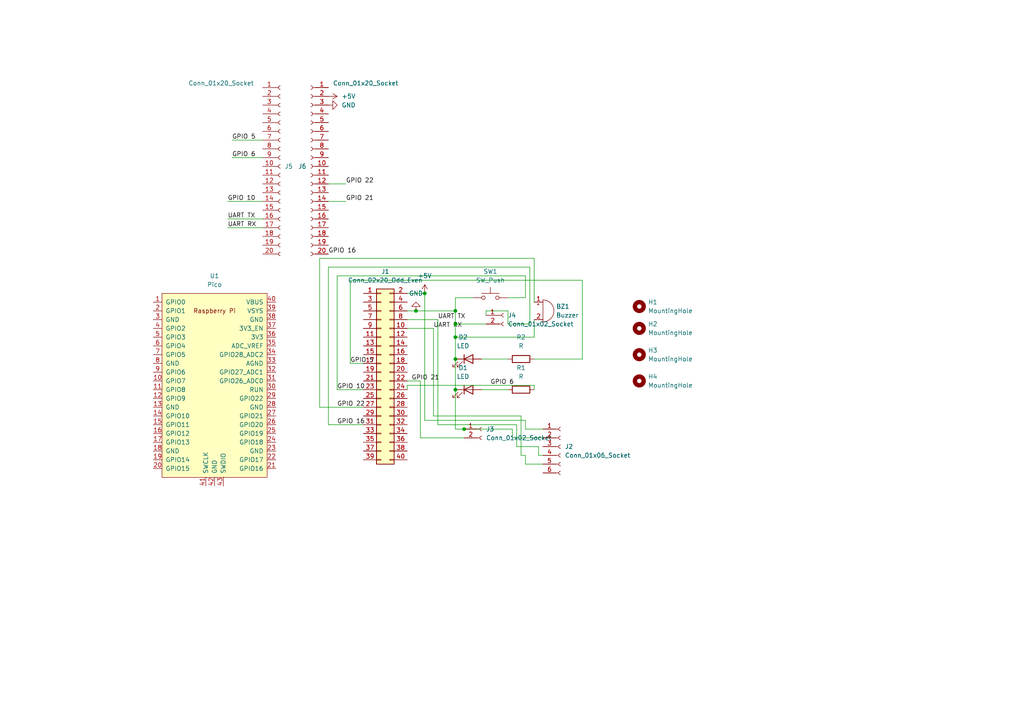
<source format=kicad_sch>
(kicad_sch (version 20230121) (generator eeschema)

  (uuid faf9f558-d058-469c-91ce-6083dbb2f944)

  (paper "A4")

  (lib_symbols
    (symbol "Connector:Conn_01x02_Socket" (pin_names (offset 1.016) hide) (in_bom yes) (on_board yes)
      (property "Reference" "J" (at 0 2.54 0)
        (effects (font (size 1.27 1.27)))
      )
      (property "Value" "Conn_01x02_Socket" (at 0 -5.08 0)
        (effects (font (size 1.27 1.27)))
      )
      (property "Footprint" "" (at 0 0 0)
        (effects (font (size 1.27 1.27)) hide)
      )
      (property "Datasheet" "~" (at 0 0 0)
        (effects (font (size 1.27 1.27)) hide)
      )
      (property "ki_locked" "" (at 0 0 0)
        (effects (font (size 1.27 1.27)))
      )
      (property "ki_keywords" "connector" (at 0 0 0)
        (effects (font (size 1.27 1.27)) hide)
      )
      (property "ki_description" "Generic connector, single row, 01x02, script generated" (at 0 0 0)
        (effects (font (size 1.27 1.27)) hide)
      )
      (property "ki_fp_filters" "Connector*:*_1x??_*" (at 0 0 0)
        (effects (font (size 1.27 1.27)) hide)
      )
      (symbol "Conn_01x02_Socket_1_1"
        (arc (start 0 -2.032) (mid -0.5058 -2.54) (end 0 -3.048)
          (stroke (width 0.1524) (type default))
          (fill (type none))
        )
        (polyline
          (pts
            (xy -1.27 -2.54)
            (xy -0.508 -2.54)
          )
          (stroke (width 0.1524) (type default))
          (fill (type none))
        )
        (polyline
          (pts
            (xy -1.27 0)
            (xy -0.508 0)
          )
          (stroke (width 0.1524) (type default))
          (fill (type none))
        )
        (arc (start 0 0.508) (mid -0.5058 0) (end 0 -0.508)
          (stroke (width 0.1524) (type default))
          (fill (type none))
        )
        (pin passive line (at -5.08 0 0) (length 3.81)
          (name "Pin_1" (effects (font (size 1.27 1.27))))
          (number "1" (effects (font (size 1.27 1.27))))
        )
        (pin passive line (at -5.08 -2.54 0) (length 3.81)
          (name "Pin_2" (effects (font (size 1.27 1.27))))
          (number "2" (effects (font (size 1.27 1.27))))
        )
      )
    )
    (symbol "Connector:Conn_01x06_Socket" (pin_names (offset 1.016) hide) (in_bom yes) (on_board yes)
      (property "Reference" "J" (at 0 7.62 0)
        (effects (font (size 1.27 1.27)))
      )
      (property "Value" "Conn_01x06_Socket" (at 0 -10.16 0)
        (effects (font (size 1.27 1.27)))
      )
      (property "Footprint" "" (at 0 0 0)
        (effects (font (size 1.27 1.27)) hide)
      )
      (property "Datasheet" "~" (at 0 0 0)
        (effects (font (size 1.27 1.27)) hide)
      )
      (property "ki_locked" "" (at 0 0 0)
        (effects (font (size 1.27 1.27)))
      )
      (property "ki_keywords" "connector" (at 0 0 0)
        (effects (font (size 1.27 1.27)) hide)
      )
      (property "ki_description" "Generic connector, single row, 01x06, script generated" (at 0 0 0)
        (effects (font (size 1.27 1.27)) hide)
      )
      (property "ki_fp_filters" "Connector*:*_1x??_*" (at 0 0 0)
        (effects (font (size 1.27 1.27)) hide)
      )
      (symbol "Conn_01x06_Socket_1_1"
        (arc (start 0 -7.112) (mid -0.5058 -7.62) (end 0 -8.128)
          (stroke (width 0.1524) (type default))
          (fill (type none))
        )
        (arc (start 0 -4.572) (mid -0.5058 -5.08) (end 0 -5.588)
          (stroke (width 0.1524) (type default))
          (fill (type none))
        )
        (arc (start 0 -2.032) (mid -0.5058 -2.54) (end 0 -3.048)
          (stroke (width 0.1524) (type default))
          (fill (type none))
        )
        (polyline
          (pts
            (xy -1.27 -7.62)
            (xy -0.508 -7.62)
          )
          (stroke (width 0.1524) (type default))
          (fill (type none))
        )
        (polyline
          (pts
            (xy -1.27 -5.08)
            (xy -0.508 -5.08)
          )
          (stroke (width 0.1524) (type default))
          (fill (type none))
        )
        (polyline
          (pts
            (xy -1.27 -2.54)
            (xy -0.508 -2.54)
          )
          (stroke (width 0.1524) (type default))
          (fill (type none))
        )
        (polyline
          (pts
            (xy -1.27 0)
            (xy -0.508 0)
          )
          (stroke (width 0.1524) (type default))
          (fill (type none))
        )
        (polyline
          (pts
            (xy -1.27 2.54)
            (xy -0.508 2.54)
          )
          (stroke (width 0.1524) (type default))
          (fill (type none))
        )
        (polyline
          (pts
            (xy -1.27 5.08)
            (xy -0.508 5.08)
          )
          (stroke (width 0.1524) (type default))
          (fill (type none))
        )
        (arc (start 0 0.508) (mid -0.5058 0) (end 0 -0.508)
          (stroke (width 0.1524) (type default))
          (fill (type none))
        )
        (arc (start 0 3.048) (mid -0.5058 2.54) (end 0 2.032)
          (stroke (width 0.1524) (type default))
          (fill (type none))
        )
        (arc (start 0 5.588) (mid -0.5058 5.08) (end 0 4.572)
          (stroke (width 0.1524) (type default))
          (fill (type none))
        )
        (pin passive line (at -5.08 5.08 0) (length 3.81)
          (name "Pin_1" (effects (font (size 1.27 1.27))))
          (number "1" (effects (font (size 1.27 1.27))))
        )
        (pin passive line (at -5.08 2.54 0) (length 3.81)
          (name "Pin_2" (effects (font (size 1.27 1.27))))
          (number "2" (effects (font (size 1.27 1.27))))
        )
        (pin passive line (at -5.08 0 0) (length 3.81)
          (name "Pin_3" (effects (font (size 1.27 1.27))))
          (number "3" (effects (font (size 1.27 1.27))))
        )
        (pin passive line (at -5.08 -2.54 0) (length 3.81)
          (name "Pin_4" (effects (font (size 1.27 1.27))))
          (number "4" (effects (font (size 1.27 1.27))))
        )
        (pin passive line (at -5.08 -5.08 0) (length 3.81)
          (name "Pin_5" (effects (font (size 1.27 1.27))))
          (number "5" (effects (font (size 1.27 1.27))))
        )
        (pin passive line (at -5.08 -7.62 0) (length 3.81)
          (name "Pin_6" (effects (font (size 1.27 1.27))))
          (number "6" (effects (font (size 1.27 1.27))))
        )
      )
    )
    (symbol "Connector:Conn_01x20_Socket" (pin_names (offset 1.016) hide) (in_bom yes) (on_board yes)
      (property "Reference" "J" (at 0 25.4 0)
        (effects (font (size 1.27 1.27)))
      )
      (property "Value" "Conn_01x20_Socket" (at 0 -27.94 0)
        (effects (font (size 1.27 1.27)))
      )
      (property "Footprint" "" (at 0 0 0)
        (effects (font (size 1.27 1.27)) hide)
      )
      (property "Datasheet" "~" (at 0 0 0)
        (effects (font (size 1.27 1.27)) hide)
      )
      (property "ki_locked" "" (at 0 0 0)
        (effects (font (size 1.27 1.27)))
      )
      (property "ki_keywords" "connector" (at 0 0 0)
        (effects (font (size 1.27 1.27)) hide)
      )
      (property "ki_description" "Generic connector, single row, 01x20, script generated" (at 0 0 0)
        (effects (font (size 1.27 1.27)) hide)
      )
      (property "ki_fp_filters" "Connector*:*_1x??_*" (at 0 0 0)
        (effects (font (size 1.27 1.27)) hide)
      )
      (symbol "Conn_01x20_Socket_1_1"
        (arc (start 0 -24.892) (mid -0.5058 -25.4) (end 0 -25.908)
          (stroke (width 0.1524) (type default))
          (fill (type none))
        )
        (arc (start 0 -22.352) (mid -0.5058 -22.86) (end 0 -23.368)
          (stroke (width 0.1524) (type default))
          (fill (type none))
        )
        (arc (start 0 -19.812) (mid -0.5058 -20.32) (end 0 -20.828)
          (stroke (width 0.1524) (type default))
          (fill (type none))
        )
        (arc (start 0 -17.272) (mid -0.5058 -17.78) (end 0 -18.288)
          (stroke (width 0.1524) (type default))
          (fill (type none))
        )
        (arc (start 0 -14.732) (mid -0.5058 -15.24) (end 0 -15.748)
          (stroke (width 0.1524) (type default))
          (fill (type none))
        )
        (arc (start 0 -12.192) (mid -0.5058 -12.7) (end 0 -13.208)
          (stroke (width 0.1524) (type default))
          (fill (type none))
        )
        (arc (start 0 -9.652) (mid -0.5058 -10.16) (end 0 -10.668)
          (stroke (width 0.1524) (type default))
          (fill (type none))
        )
        (arc (start 0 -7.112) (mid -0.5058 -7.62) (end 0 -8.128)
          (stroke (width 0.1524) (type default))
          (fill (type none))
        )
        (arc (start 0 -4.572) (mid -0.5058 -5.08) (end 0 -5.588)
          (stroke (width 0.1524) (type default))
          (fill (type none))
        )
        (arc (start 0 -2.032) (mid -0.5058 -2.54) (end 0 -3.048)
          (stroke (width 0.1524) (type default))
          (fill (type none))
        )
        (polyline
          (pts
            (xy -1.27 -25.4)
            (xy -0.508 -25.4)
          )
          (stroke (width 0.1524) (type default))
          (fill (type none))
        )
        (polyline
          (pts
            (xy -1.27 -22.86)
            (xy -0.508 -22.86)
          )
          (stroke (width 0.1524) (type default))
          (fill (type none))
        )
        (polyline
          (pts
            (xy -1.27 -20.32)
            (xy -0.508 -20.32)
          )
          (stroke (width 0.1524) (type default))
          (fill (type none))
        )
        (polyline
          (pts
            (xy -1.27 -17.78)
            (xy -0.508 -17.78)
          )
          (stroke (width 0.1524) (type default))
          (fill (type none))
        )
        (polyline
          (pts
            (xy -1.27 -15.24)
            (xy -0.508 -15.24)
          )
          (stroke (width 0.1524) (type default))
          (fill (type none))
        )
        (polyline
          (pts
            (xy -1.27 -12.7)
            (xy -0.508 -12.7)
          )
          (stroke (width 0.1524) (type default))
          (fill (type none))
        )
        (polyline
          (pts
            (xy -1.27 -10.16)
            (xy -0.508 -10.16)
          )
          (stroke (width 0.1524) (type default))
          (fill (type none))
        )
        (polyline
          (pts
            (xy -1.27 -7.62)
            (xy -0.508 -7.62)
          )
          (stroke (width 0.1524) (type default))
          (fill (type none))
        )
        (polyline
          (pts
            (xy -1.27 -5.08)
            (xy -0.508 -5.08)
          )
          (stroke (width 0.1524) (type default))
          (fill (type none))
        )
        (polyline
          (pts
            (xy -1.27 -2.54)
            (xy -0.508 -2.54)
          )
          (stroke (width 0.1524) (type default))
          (fill (type none))
        )
        (polyline
          (pts
            (xy -1.27 0)
            (xy -0.508 0)
          )
          (stroke (width 0.1524) (type default))
          (fill (type none))
        )
        (polyline
          (pts
            (xy -1.27 2.54)
            (xy -0.508 2.54)
          )
          (stroke (width 0.1524) (type default))
          (fill (type none))
        )
        (polyline
          (pts
            (xy -1.27 5.08)
            (xy -0.508 5.08)
          )
          (stroke (width 0.1524) (type default))
          (fill (type none))
        )
        (polyline
          (pts
            (xy -1.27 7.62)
            (xy -0.508 7.62)
          )
          (stroke (width 0.1524) (type default))
          (fill (type none))
        )
        (polyline
          (pts
            (xy -1.27 10.16)
            (xy -0.508 10.16)
          )
          (stroke (width 0.1524) (type default))
          (fill (type none))
        )
        (polyline
          (pts
            (xy -1.27 12.7)
            (xy -0.508 12.7)
          )
          (stroke (width 0.1524) (type default))
          (fill (type none))
        )
        (polyline
          (pts
            (xy -1.27 15.24)
            (xy -0.508 15.24)
          )
          (stroke (width 0.1524) (type default))
          (fill (type none))
        )
        (polyline
          (pts
            (xy -1.27 17.78)
            (xy -0.508 17.78)
          )
          (stroke (width 0.1524) (type default))
          (fill (type none))
        )
        (polyline
          (pts
            (xy -1.27 20.32)
            (xy -0.508 20.32)
          )
          (stroke (width 0.1524) (type default))
          (fill (type none))
        )
        (polyline
          (pts
            (xy -1.27 22.86)
            (xy -0.508 22.86)
          )
          (stroke (width 0.1524) (type default))
          (fill (type none))
        )
        (arc (start 0 0.508) (mid -0.5058 0) (end 0 -0.508)
          (stroke (width 0.1524) (type default))
          (fill (type none))
        )
        (arc (start 0 3.048) (mid -0.5058 2.54) (end 0 2.032)
          (stroke (width 0.1524) (type default))
          (fill (type none))
        )
        (arc (start 0 5.588) (mid -0.5058 5.08) (end 0 4.572)
          (stroke (width 0.1524) (type default))
          (fill (type none))
        )
        (arc (start 0 8.128) (mid -0.5058 7.62) (end 0 7.112)
          (stroke (width 0.1524) (type default))
          (fill (type none))
        )
        (arc (start 0 10.668) (mid -0.5058 10.16) (end 0 9.652)
          (stroke (width 0.1524) (type default))
          (fill (type none))
        )
        (arc (start 0 13.208) (mid -0.5058 12.7) (end 0 12.192)
          (stroke (width 0.1524) (type default))
          (fill (type none))
        )
        (arc (start 0 15.748) (mid -0.5058 15.24) (end 0 14.732)
          (stroke (width 0.1524) (type default))
          (fill (type none))
        )
        (arc (start 0 18.288) (mid -0.5058 17.78) (end 0 17.272)
          (stroke (width 0.1524) (type default))
          (fill (type none))
        )
        (arc (start 0 20.828) (mid -0.5058 20.32) (end 0 19.812)
          (stroke (width 0.1524) (type default))
          (fill (type none))
        )
        (arc (start 0 23.368) (mid -0.5058 22.86) (end 0 22.352)
          (stroke (width 0.1524) (type default))
          (fill (type none))
        )
        (pin passive line (at -5.08 22.86 0) (length 3.81)
          (name "Pin_1" (effects (font (size 1.27 1.27))))
          (number "1" (effects (font (size 1.27 1.27))))
        )
        (pin passive line (at -5.08 0 0) (length 3.81)
          (name "Pin_10" (effects (font (size 1.27 1.27))))
          (number "10" (effects (font (size 1.27 1.27))))
        )
        (pin passive line (at -5.08 -2.54 0) (length 3.81)
          (name "Pin_11" (effects (font (size 1.27 1.27))))
          (number "11" (effects (font (size 1.27 1.27))))
        )
        (pin passive line (at -5.08 -5.08 0) (length 3.81)
          (name "Pin_12" (effects (font (size 1.27 1.27))))
          (number "12" (effects (font (size 1.27 1.27))))
        )
        (pin passive line (at -5.08 -7.62 0) (length 3.81)
          (name "Pin_13" (effects (font (size 1.27 1.27))))
          (number "13" (effects (font (size 1.27 1.27))))
        )
        (pin passive line (at -5.08 -10.16 0) (length 3.81)
          (name "Pin_14" (effects (font (size 1.27 1.27))))
          (number "14" (effects (font (size 1.27 1.27))))
        )
        (pin passive line (at -5.08 -12.7 0) (length 3.81)
          (name "Pin_15" (effects (font (size 1.27 1.27))))
          (number "15" (effects (font (size 1.27 1.27))))
        )
        (pin passive line (at -5.08 -15.24 0) (length 3.81)
          (name "Pin_16" (effects (font (size 1.27 1.27))))
          (number "16" (effects (font (size 1.27 1.27))))
        )
        (pin passive line (at -5.08 -17.78 0) (length 3.81)
          (name "Pin_17" (effects (font (size 1.27 1.27))))
          (number "17" (effects (font (size 1.27 1.27))))
        )
        (pin passive line (at -5.08 -20.32 0) (length 3.81)
          (name "Pin_18" (effects (font (size 1.27 1.27))))
          (number "18" (effects (font (size 1.27 1.27))))
        )
        (pin passive line (at -5.08 -22.86 0) (length 3.81)
          (name "Pin_19" (effects (font (size 1.27 1.27))))
          (number "19" (effects (font (size 1.27 1.27))))
        )
        (pin passive line (at -5.08 20.32 0) (length 3.81)
          (name "Pin_2" (effects (font (size 1.27 1.27))))
          (number "2" (effects (font (size 1.27 1.27))))
        )
        (pin passive line (at -5.08 -25.4 0) (length 3.81)
          (name "Pin_20" (effects (font (size 1.27 1.27))))
          (number "20" (effects (font (size 1.27 1.27))))
        )
        (pin passive line (at -5.08 17.78 0) (length 3.81)
          (name "Pin_3" (effects (font (size 1.27 1.27))))
          (number "3" (effects (font (size 1.27 1.27))))
        )
        (pin passive line (at -5.08 15.24 0) (length 3.81)
          (name "Pin_4" (effects (font (size 1.27 1.27))))
          (number "4" (effects (font (size 1.27 1.27))))
        )
        (pin passive line (at -5.08 12.7 0) (length 3.81)
          (name "Pin_5" (effects (font (size 1.27 1.27))))
          (number "5" (effects (font (size 1.27 1.27))))
        )
        (pin passive line (at -5.08 10.16 0) (length 3.81)
          (name "Pin_6" (effects (font (size 1.27 1.27))))
          (number "6" (effects (font (size 1.27 1.27))))
        )
        (pin passive line (at -5.08 7.62 0) (length 3.81)
          (name "Pin_7" (effects (font (size 1.27 1.27))))
          (number "7" (effects (font (size 1.27 1.27))))
        )
        (pin passive line (at -5.08 5.08 0) (length 3.81)
          (name "Pin_8" (effects (font (size 1.27 1.27))))
          (number "8" (effects (font (size 1.27 1.27))))
        )
        (pin passive line (at -5.08 2.54 0) (length 3.81)
          (name "Pin_9" (effects (font (size 1.27 1.27))))
          (number "9" (effects (font (size 1.27 1.27))))
        )
      )
    )
    (symbol "Connector_Generic:Conn_02x20_Odd_Even" (pin_names (offset 1.016) hide) (in_bom yes) (on_board yes)
      (property "Reference" "J" (at 1.27 25.4 0)
        (effects (font (size 1.27 1.27)))
      )
      (property "Value" "Conn_02x20_Odd_Even" (at 1.27 -27.94 0)
        (effects (font (size 1.27 1.27)))
      )
      (property "Footprint" "" (at 0 0 0)
        (effects (font (size 1.27 1.27)) hide)
      )
      (property "Datasheet" "~" (at 0 0 0)
        (effects (font (size 1.27 1.27)) hide)
      )
      (property "ki_keywords" "connector" (at 0 0 0)
        (effects (font (size 1.27 1.27)) hide)
      )
      (property "ki_description" "Generic connector, double row, 02x20, odd/even pin numbering scheme (row 1 odd numbers, row 2 even numbers), script generated (kicad-library-utils/schlib/autogen/connector/)" (at 0 0 0)
        (effects (font (size 1.27 1.27)) hide)
      )
      (property "ki_fp_filters" "Connector*:*_2x??_*" (at 0 0 0)
        (effects (font (size 1.27 1.27)) hide)
      )
      (symbol "Conn_02x20_Odd_Even_1_1"
        (rectangle (start -1.27 -25.273) (end 0 -25.527)
          (stroke (width 0.1524) (type default))
          (fill (type none))
        )
        (rectangle (start -1.27 -22.733) (end 0 -22.987)
          (stroke (width 0.1524) (type default))
          (fill (type none))
        )
        (rectangle (start -1.27 -20.193) (end 0 -20.447)
          (stroke (width 0.1524) (type default))
          (fill (type none))
        )
        (rectangle (start -1.27 -17.653) (end 0 -17.907)
          (stroke (width 0.1524) (type default))
          (fill (type none))
        )
        (rectangle (start -1.27 -15.113) (end 0 -15.367)
          (stroke (width 0.1524) (type default))
          (fill (type none))
        )
        (rectangle (start -1.27 -12.573) (end 0 -12.827)
          (stroke (width 0.1524) (type default))
          (fill (type none))
        )
        (rectangle (start -1.27 -10.033) (end 0 -10.287)
          (stroke (width 0.1524) (type default))
          (fill (type none))
        )
        (rectangle (start -1.27 -7.493) (end 0 -7.747)
          (stroke (width 0.1524) (type default))
          (fill (type none))
        )
        (rectangle (start -1.27 -4.953) (end 0 -5.207)
          (stroke (width 0.1524) (type default))
          (fill (type none))
        )
        (rectangle (start -1.27 -2.413) (end 0 -2.667)
          (stroke (width 0.1524) (type default))
          (fill (type none))
        )
        (rectangle (start -1.27 0.127) (end 0 -0.127)
          (stroke (width 0.1524) (type default))
          (fill (type none))
        )
        (rectangle (start -1.27 2.667) (end 0 2.413)
          (stroke (width 0.1524) (type default))
          (fill (type none))
        )
        (rectangle (start -1.27 5.207) (end 0 4.953)
          (stroke (width 0.1524) (type default))
          (fill (type none))
        )
        (rectangle (start -1.27 7.747) (end 0 7.493)
          (stroke (width 0.1524) (type default))
          (fill (type none))
        )
        (rectangle (start -1.27 10.287) (end 0 10.033)
          (stroke (width 0.1524) (type default))
          (fill (type none))
        )
        (rectangle (start -1.27 12.827) (end 0 12.573)
          (stroke (width 0.1524) (type default))
          (fill (type none))
        )
        (rectangle (start -1.27 15.367) (end 0 15.113)
          (stroke (width 0.1524) (type default))
          (fill (type none))
        )
        (rectangle (start -1.27 17.907) (end 0 17.653)
          (stroke (width 0.1524) (type default))
          (fill (type none))
        )
        (rectangle (start -1.27 20.447) (end 0 20.193)
          (stroke (width 0.1524) (type default))
          (fill (type none))
        )
        (rectangle (start -1.27 22.987) (end 0 22.733)
          (stroke (width 0.1524) (type default))
          (fill (type none))
        )
        (rectangle (start -1.27 24.13) (end 3.81 -26.67)
          (stroke (width 0.254) (type default))
          (fill (type background))
        )
        (rectangle (start 3.81 -25.273) (end 2.54 -25.527)
          (stroke (width 0.1524) (type default))
          (fill (type none))
        )
        (rectangle (start 3.81 -22.733) (end 2.54 -22.987)
          (stroke (width 0.1524) (type default))
          (fill (type none))
        )
        (rectangle (start 3.81 -20.193) (end 2.54 -20.447)
          (stroke (width 0.1524) (type default))
          (fill (type none))
        )
        (rectangle (start 3.81 -17.653) (end 2.54 -17.907)
          (stroke (width 0.1524) (type default))
          (fill (type none))
        )
        (rectangle (start 3.81 -15.113) (end 2.54 -15.367)
          (stroke (width 0.1524) (type default))
          (fill (type none))
        )
        (rectangle (start 3.81 -12.573) (end 2.54 -12.827)
          (stroke (width 0.1524) (type default))
          (fill (type none))
        )
        (rectangle (start 3.81 -10.033) (end 2.54 -10.287)
          (stroke (width 0.1524) (type default))
          (fill (type none))
        )
        (rectangle (start 3.81 -7.493) (end 2.54 -7.747)
          (stroke (width 0.1524) (type default))
          (fill (type none))
        )
        (rectangle (start 3.81 -4.953) (end 2.54 -5.207)
          (stroke (width 0.1524) (type default))
          (fill (type none))
        )
        (rectangle (start 3.81 -2.413) (end 2.54 -2.667)
          (stroke (width 0.1524) (type default))
          (fill (type none))
        )
        (rectangle (start 3.81 0.127) (end 2.54 -0.127)
          (stroke (width 0.1524) (type default))
          (fill (type none))
        )
        (rectangle (start 3.81 2.667) (end 2.54 2.413)
          (stroke (width 0.1524) (type default))
          (fill (type none))
        )
        (rectangle (start 3.81 5.207) (end 2.54 4.953)
          (stroke (width 0.1524) (type default))
          (fill (type none))
        )
        (rectangle (start 3.81 7.747) (end 2.54 7.493)
          (stroke (width 0.1524) (type default))
          (fill (type none))
        )
        (rectangle (start 3.81 10.287) (end 2.54 10.033)
          (stroke (width 0.1524) (type default))
          (fill (type none))
        )
        (rectangle (start 3.81 12.827) (end 2.54 12.573)
          (stroke (width 0.1524) (type default))
          (fill (type none))
        )
        (rectangle (start 3.81 15.367) (end 2.54 15.113)
          (stroke (width 0.1524) (type default))
          (fill (type none))
        )
        (rectangle (start 3.81 17.907) (end 2.54 17.653)
          (stroke (width 0.1524) (type default))
          (fill (type none))
        )
        (rectangle (start 3.81 20.447) (end 2.54 20.193)
          (stroke (width 0.1524) (type default))
          (fill (type none))
        )
        (rectangle (start 3.81 22.987) (end 2.54 22.733)
          (stroke (width 0.1524) (type default))
          (fill (type none))
        )
        (pin passive line (at -5.08 22.86 0) (length 3.81)
          (name "Pin_1" (effects (font (size 1.27 1.27))))
          (number "1" (effects (font (size 1.27 1.27))))
        )
        (pin passive line (at 7.62 12.7 180) (length 3.81)
          (name "Pin_10" (effects (font (size 1.27 1.27))))
          (number "10" (effects (font (size 1.27 1.27))))
        )
        (pin passive line (at -5.08 10.16 0) (length 3.81)
          (name "Pin_11" (effects (font (size 1.27 1.27))))
          (number "11" (effects (font (size 1.27 1.27))))
        )
        (pin passive line (at 7.62 10.16 180) (length 3.81)
          (name "Pin_12" (effects (font (size 1.27 1.27))))
          (number "12" (effects (font (size 1.27 1.27))))
        )
        (pin passive line (at -5.08 7.62 0) (length 3.81)
          (name "Pin_13" (effects (font (size 1.27 1.27))))
          (number "13" (effects (font (size 1.27 1.27))))
        )
        (pin passive line (at 7.62 7.62 180) (length 3.81)
          (name "Pin_14" (effects (font (size 1.27 1.27))))
          (number "14" (effects (font (size 1.27 1.27))))
        )
        (pin passive line (at -5.08 5.08 0) (length 3.81)
          (name "Pin_15" (effects (font (size 1.27 1.27))))
          (number "15" (effects (font (size 1.27 1.27))))
        )
        (pin passive line (at 7.62 5.08 180) (length 3.81)
          (name "Pin_16" (effects (font (size 1.27 1.27))))
          (number "16" (effects (font (size 1.27 1.27))))
        )
        (pin passive line (at -5.08 2.54 0) (length 3.81)
          (name "Pin_17" (effects (font (size 1.27 1.27))))
          (number "17" (effects (font (size 1.27 1.27))))
        )
        (pin passive line (at 7.62 2.54 180) (length 3.81)
          (name "Pin_18" (effects (font (size 1.27 1.27))))
          (number "18" (effects (font (size 1.27 1.27))))
        )
        (pin passive line (at -5.08 0 0) (length 3.81)
          (name "Pin_19" (effects (font (size 1.27 1.27))))
          (number "19" (effects (font (size 1.27 1.27))))
        )
        (pin passive line (at 7.62 22.86 180) (length 3.81)
          (name "Pin_2" (effects (font (size 1.27 1.27))))
          (number "2" (effects (font (size 1.27 1.27))))
        )
        (pin passive line (at 7.62 0 180) (length 3.81)
          (name "Pin_20" (effects (font (size 1.27 1.27))))
          (number "20" (effects (font (size 1.27 1.27))))
        )
        (pin passive line (at -5.08 -2.54 0) (length 3.81)
          (name "Pin_21" (effects (font (size 1.27 1.27))))
          (number "21" (effects (font (size 1.27 1.27))))
        )
        (pin passive line (at 7.62 -2.54 180) (length 3.81)
          (name "Pin_22" (effects (font (size 1.27 1.27))))
          (number "22" (effects (font (size 1.27 1.27))))
        )
        (pin passive line (at -5.08 -5.08 0) (length 3.81)
          (name "Pin_23" (effects (font (size 1.27 1.27))))
          (number "23" (effects (font (size 1.27 1.27))))
        )
        (pin passive line (at 7.62 -5.08 180) (length 3.81)
          (name "Pin_24" (effects (font (size 1.27 1.27))))
          (number "24" (effects (font (size 1.27 1.27))))
        )
        (pin passive line (at -5.08 -7.62 0) (length 3.81)
          (name "Pin_25" (effects (font (size 1.27 1.27))))
          (number "25" (effects (font (size 1.27 1.27))))
        )
        (pin passive line (at 7.62 -7.62 180) (length 3.81)
          (name "Pin_26" (effects (font (size 1.27 1.27))))
          (number "26" (effects (font (size 1.27 1.27))))
        )
        (pin passive line (at -5.08 -10.16 0) (length 3.81)
          (name "Pin_27" (effects (font (size 1.27 1.27))))
          (number "27" (effects (font (size 1.27 1.27))))
        )
        (pin passive line (at 7.62 -10.16 180) (length 3.81)
          (name "Pin_28" (effects (font (size 1.27 1.27))))
          (number "28" (effects (font (size 1.27 1.27))))
        )
        (pin passive line (at -5.08 -12.7 0) (length 3.81)
          (name "Pin_29" (effects (font (size 1.27 1.27))))
          (number "29" (effects (font (size 1.27 1.27))))
        )
        (pin passive line (at -5.08 20.32 0) (length 3.81)
          (name "Pin_3" (effects (font (size 1.27 1.27))))
          (number "3" (effects (font (size 1.27 1.27))))
        )
        (pin passive line (at 7.62 -12.7 180) (length 3.81)
          (name "Pin_30" (effects (font (size 1.27 1.27))))
          (number "30" (effects (font (size 1.27 1.27))))
        )
        (pin passive line (at -5.08 -15.24 0) (length 3.81)
          (name "Pin_31" (effects (font (size 1.27 1.27))))
          (number "31" (effects (font (size 1.27 1.27))))
        )
        (pin passive line (at 7.62 -15.24 180) (length 3.81)
          (name "Pin_32" (effects (font (size 1.27 1.27))))
          (number "32" (effects (font (size 1.27 1.27))))
        )
        (pin passive line (at -5.08 -17.78 0) (length 3.81)
          (name "Pin_33" (effects (font (size 1.27 1.27))))
          (number "33" (effects (font (size 1.27 1.27))))
        )
        (pin passive line (at 7.62 -17.78 180) (length 3.81)
          (name "Pin_34" (effects (font (size 1.27 1.27))))
          (number "34" (effects (font (size 1.27 1.27))))
        )
        (pin passive line (at -5.08 -20.32 0) (length 3.81)
          (name "Pin_35" (effects (font (size 1.27 1.27))))
          (number "35" (effects (font (size 1.27 1.27))))
        )
        (pin passive line (at 7.62 -20.32 180) (length 3.81)
          (name "Pin_36" (effects (font (size 1.27 1.27))))
          (number "36" (effects (font (size 1.27 1.27))))
        )
        (pin passive line (at -5.08 -22.86 0) (length 3.81)
          (name "Pin_37" (effects (font (size 1.27 1.27))))
          (number "37" (effects (font (size 1.27 1.27))))
        )
        (pin passive line (at 7.62 -22.86 180) (length 3.81)
          (name "Pin_38" (effects (font (size 1.27 1.27))))
          (number "38" (effects (font (size 1.27 1.27))))
        )
        (pin passive line (at -5.08 -25.4 0) (length 3.81)
          (name "Pin_39" (effects (font (size 1.27 1.27))))
          (number "39" (effects (font (size 1.27 1.27))))
        )
        (pin passive line (at 7.62 20.32 180) (length 3.81)
          (name "Pin_4" (effects (font (size 1.27 1.27))))
          (number "4" (effects (font (size 1.27 1.27))))
        )
        (pin passive line (at 7.62 -25.4 180) (length 3.81)
          (name "Pin_40" (effects (font (size 1.27 1.27))))
          (number "40" (effects (font (size 1.27 1.27))))
        )
        (pin passive line (at -5.08 17.78 0) (length 3.81)
          (name "Pin_5" (effects (font (size 1.27 1.27))))
          (number "5" (effects (font (size 1.27 1.27))))
        )
        (pin passive line (at 7.62 17.78 180) (length 3.81)
          (name "Pin_6" (effects (font (size 1.27 1.27))))
          (number "6" (effects (font (size 1.27 1.27))))
        )
        (pin passive line (at -5.08 15.24 0) (length 3.81)
          (name "Pin_7" (effects (font (size 1.27 1.27))))
          (number "7" (effects (font (size 1.27 1.27))))
        )
        (pin passive line (at 7.62 15.24 180) (length 3.81)
          (name "Pin_8" (effects (font (size 1.27 1.27))))
          (number "8" (effects (font (size 1.27 1.27))))
        )
        (pin passive line (at -5.08 12.7 0) (length 3.81)
          (name "Pin_9" (effects (font (size 1.27 1.27))))
          (number "9" (effects (font (size 1.27 1.27))))
        )
      )
    )
    (symbol "Device:Buzzer" (pin_names (offset 0.0254) hide) (in_bom yes) (on_board yes)
      (property "Reference" "BZ" (at 3.81 1.27 0)
        (effects (font (size 1.27 1.27)) (justify left))
      )
      (property "Value" "Buzzer" (at 3.81 -1.27 0)
        (effects (font (size 1.27 1.27)) (justify left))
      )
      (property "Footprint" "" (at -0.635 2.54 90)
        (effects (font (size 1.27 1.27)) hide)
      )
      (property "Datasheet" "~" (at -0.635 2.54 90)
        (effects (font (size 1.27 1.27)) hide)
      )
      (property "ki_keywords" "quartz resonator ceramic" (at 0 0 0)
        (effects (font (size 1.27 1.27)) hide)
      )
      (property "ki_description" "Buzzer, polarized" (at 0 0 0)
        (effects (font (size 1.27 1.27)) hide)
      )
      (property "ki_fp_filters" "*Buzzer*" (at 0 0 0)
        (effects (font (size 1.27 1.27)) hide)
      )
      (symbol "Buzzer_0_1"
        (arc (start 0 -3.175) (mid 3.1612 0) (end 0 3.175)
          (stroke (width 0) (type default))
          (fill (type none))
        )
        (polyline
          (pts
            (xy -1.651 1.905)
            (xy -1.143 1.905)
          )
          (stroke (width 0) (type default))
          (fill (type none))
        )
        (polyline
          (pts
            (xy -1.397 2.159)
            (xy -1.397 1.651)
          )
          (stroke (width 0) (type default))
          (fill (type none))
        )
        (polyline
          (pts
            (xy 0 3.175)
            (xy 0 -3.175)
          )
          (stroke (width 0) (type default))
          (fill (type none))
        )
      )
      (symbol "Buzzer_1_1"
        (pin passive line (at -2.54 2.54 0) (length 2.54)
          (name "-" (effects (font (size 1.27 1.27))))
          (number "1" (effects (font (size 1.27 1.27))))
        )
        (pin passive line (at -2.54 -2.54 0) (length 2.54)
          (name "+" (effects (font (size 1.27 1.27))))
          (number "2" (effects (font (size 1.27 1.27))))
        )
      )
    )
    (symbol "Device:LED" (pin_numbers hide) (pin_names (offset 1.016) hide) (in_bom yes) (on_board yes)
      (property "Reference" "D" (at 0 2.54 0)
        (effects (font (size 1.27 1.27)))
      )
      (property "Value" "LED" (at 0 -2.54 0)
        (effects (font (size 1.27 1.27)))
      )
      (property "Footprint" "" (at 0 0 0)
        (effects (font (size 1.27 1.27)) hide)
      )
      (property "Datasheet" "~" (at 0 0 0)
        (effects (font (size 1.27 1.27)) hide)
      )
      (property "ki_keywords" "LED diode" (at 0 0 0)
        (effects (font (size 1.27 1.27)) hide)
      )
      (property "ki_description" "Light emitting diode" (at 0 0 0)
        (effects (font (size 1.27 1.27)) hide)
      )
      (property "ki_fp_filters" "LED* LED_SMD:* LED_THT:*" (at 0 0 0)
        (effects (font (size 1.27 1.27)) hide)
      )
      (symbol "LED_0_1"
        (polyline
          (pts
            (xy -1.27 -1.27)
            (xy -1.27 1.27)
          )
          (stroke (width 0.254) (type default))
          (fill (type none))
        )
        (polyline
          (pts
            (xy -1.27 0)
            (xy 1.27 0)
          )
          (stroke (width 0) (type default))
          (fill (type none))
        )
        (polyline
          (pts
            (xy 1.27 -1.27)
            (xy 1.27 1.27)
            (xy -1.27 0)
            (xy 1.27 -1.27)
          )
          (stroke (width 0.254) (type default))
          (fill (type none))
        )
        (polyline
          (pts
            (xy -3.048 -0.762)
            (xy -4.572 -2.286)
            (xy -3.81 -2.286)
            (xy -4.572 -2.286)
            (xy -4.572 -1.524)
          )
          (stroke (width 0) (type default))
          (fill (type none))
        )
        (polyline
          (pts
            (xy -1.778 -0.762)
            (xy -3.302 -2.286)
            (xy -2.54 -2.286)
            (xy -3.302 -2.286)
            (xy -3.302 -1.524)
          )
          (stroke (width 0) (type default))
          (fill (type none))
        )
      )
      (symbol "LED_1_1"
        (pin passive line (at -3.81 0 0) (length 2.54)
          (name "K" (effects (font (size 1.27 1.27))))
          (number "1" (effects (font (size 1.27 1.27))))
        )
        (pin passive line (at 3.81 0 180) (length 2.54)
          (name "A" (effects (font (size 1.27 1.27))))
          (number "2" (effects (font (size 1.27 1.27))))
        )
      )
    )
    (symbol "Device:R" (pin_numbers hide) (pin_names (offset 0)) (in_bom yes) (on_board yes)
      (property "Reference" "R" (at 2.032 0 90)
        (effects (font (size 1.27 1.27)))
      )
      (property "Value" "R" (at 0 0 90)
        (effects (font (size 1.27 1.27)))
      )
      (property "Footprint" "" (at -1.778 0 90)
        (effects (font (size 1.27 1.27)) hide)
      )
      (property "Datasheet" "~" (at 0 0 0)
        (effects (font (size 1.27 1.27)) hide)
      )
      (property "ki_keywords" "R res resistor" (at 0 0 0)
        (effects (font (size 1.27 1.27)) hide)
      )
      (property "ki_description" "Resistor" (at 0 0 0)
        (effects (font (size 1.27 1.27)) hide)
      )
      (property "ki_fp_filters" "R_*" (at 0 0 0)
        (effects (font (size 1.27 1.27)) hide)
      )
      (symbol "R_0_1"
        (rectangle (start -1.016 -2.54) (end 1.016 2.54)
          (stroke (width 0.254) (type default))
          (fill (type none))
        )
      )
      (symbol "R_1_1"
        (pin passive line (at 0 3.81 270) (length 1.27)
          (name "~" (effects (font (size 1.27 1.27))))
          (number "1" (effects (font (size 1.27 1.27))))
        )
        (pin passive line (at 0 -3.81 90) (length 1.27)
          (name "~" (effects (font (size 1.27 1.27))))
          (number "2" (effects (font (size 1.27 1.27))))
        )
      )
    )
    (symbol "Mechanical:MountingHole" (pin_names (offset 1.016)) (in_bom yes) (on_board yes)
      (property "Reference" "H" (at 0 5.08 0)
        (effects (font (size 1.27 1.27)))
      )
      (property "Value" "MountingHole" (at 0 3.175 0)
        (effects (font (size 1.27 1.27)))
      )
      (property "Footprint" "" (at 0 0 0)
        (effects (font (size 1.27 1.27)) hide)
      )
      (property "Datasheet" "~" (at 0 0 0)
        (effects (font (size 1.27 1.27)) hide)
      )
      (property "ki_keywords" "mounting hole" (at 0 0 0)
        (effects (font (size 1.27 1.27)) hide)
      )
      (property "ki_description" "Mounting Hole without connection" (at 0 0 0)
        (effects (font (size 1.27 1.27)) hide)
      )
      (property "ki_fp_filters" "MountingHole*" (at 0 0 0)
        (effects (font (size 1.27 1.27)) hide)
      )
      (symbol "MountingHole_0_1"
        (circle (center 0 0) (radius 1.27)
          (stroke (width 1.27) (type default))
          (fill (type none))
        )
      )
    )
    (symbol "RPi_Pico:Pico" (pin_names (offset 1.016)) (in_bom yes) (on_board yes)
      (property "Reference" "U" (at -13.97 27.94 0)
        (effects (font (size 1.27 1.27)))
      )
      (property "Value" "Pico" (at 0 19.05 0)
        (effects (font (size 1.27 1.27)))
      )
      (property "Footprint" "RPi_Pico:RPi_Pico_SMD_TH" (at 0 0 90)
        (effects (font (size 1.27 1.27)) hide)
      )
      (property "Datasheet" "" (at 0 0 0)
        (effects (font (size 1.27 1.27)) hide)
      )
      (symbol "Pico_0_0"
        (text "Raspberry Pi" (at 0 21.59 0)
          (effects (font (size 1.27 1.27)))
        )
      )
      (symbol "Pico_0_1"
        (rectangle (start -15.24 26.67) (end 15.24 -26.67)
          (stroke (width 0) (type solid))
          (fill (type background))
        )
      )
      (symbol "Pico_1_1"
        (pin bidirectional line (at -17.78 24.13 0) (length 2.54)
          (name "GPIO0" (effects (font (size 1.27 1.27))))
          (number "1" (effects (font (size 1.27 1.27))))
        )
        (pin bidirectional line (at -17.78 1.27 0) (length 2.54)
          (name "GPIO7" (effects (font (size 1.27 1.27))))
          (number "10" (effects (font (size 1.27 1.27))))
        )
        (pin bidirectional line (at -17.78 -1.27 0) (length 2.54)
          (name "GPIO8" (effects (font (size 1.27 1.27))))
          (number "11" (effects (font (size 1.27 1.27))))
        )
        (pin bidirectional line (at -17.78 -3.81 0) (length 2.54)
          (name "GPIO9" (effects (font (size 1.27 1.27))))
          (number "12" (effects (font (size 1.27 1.27))))
        )
        (pin power_in line (at -17.78 -6.35 0) (length 2.54)
          (name "GND" (effects (font (size 1.27 1.27))))
          (number "13" (effects (font (size 1.27 1.27))))
        )
        (pin bidirectional line (at -17.78 -8.89 0) (length 2.54)
          (name "GPIO10" (effects (font (size 1.27 1.27))))
          (number "14" (effects (font (size 1.27 1.27))))
        )
        (pin bidirectional line (at -17.78 -11.43 0) (length 2.54)
          (name "GPIO11" (effects (font (size 1.27 1.27))))
          (number "15" (effects (font (size 1.27 1.27))))
        )
        (pin bidirectional line (at -17.78 -13.97 0) (length 2.54)
          (name "GPIO12" (effects (font (size 1.27 1.27))))
          (number "16" (effects (font (size 1.27 1.27))))
        )
        (pin bidirectional line (at -17.78 -16.51 0) (length 2.54)
          (name "GPIO13" (effects (font (size 1.27 1.27))))
          (number "17" (effects (font (size 1.27 1.27))))
        )
        (pin power_in line (at -17.78 -19.05 0) (length 2.54)
          (name "GND" (effects (font (size 1.27 1.27))))
          (number "18" (effects (font (size 1.27 1.27))))
        )
        (pin bidirectional line (at -17.78 -21.59 0) (length 2.54)
          (name "GPIO14" (effects (font (size 1.27 1.27))))
          (number "19" (effects (font (size 1.27 1.27))))
        )
        (pin bidirectional line (at -17.78 21.59 0) (length 2.54)
          (name "GPIO1" (effects (font (size 1.27 1.27))))
          (number "2" (effects (font (size 1.27 1.27))))
        )
        (pin bidirectional line (at -17.78 -24.13 0) (length 2.54)
          (name "GPIO15" (effects (font (size 1.27 1.27))))
          (number "20" (effects (font (size 1.27 1.27))))
        )
        (pin bidirectional line (at 17.78 -24.13 180) (length 2.54)
          (name "GPIO16" (effects (font (size 1.27 1.27))))
          (number "21" (effects (font (size 1.27 1.27))))
        )
        (pin bidirectional line (at 17.78 -21.59 180) (length 2.54)
          (name "GPIO17" (effects (font (size 1.27 1.27))))
          (number "22" (effects (font (size 1.27 1.27))))
        )
        (pin power_in line (at 17.78 -19.05 180) (length 2.54)
          (name "GND" (effects (font (size 1.27 1.27))))
          (number "23" (effects (font (size 1.27 1.27))))
        )
        (pin bidirectional line (at 17.78 -16.51 180) (length 2.54)
          (name "GPIO18" (effects (font (size 1.27 1.27))))
          (number "24" (effects (font (size 1.27 1.27))))
        )
        (pin bidirectional line (at 17.78 -13.97 180) (length 2.54)
          (name "GPIO19" (effects (font (size 1.27 1.27))))
          (number "25" (effects (font (size 1.27 1.27))))
        )
        (pin bidirectional line (at 17.78 -11.43 180) (length 2.54)
          (name "GPIO20" (effects (font (size 1.27 1.27))))
          (number "26" (effects (font (size 1.27 1.27))))
        )
        (pin bidirectional line (at 17.78 -8.89 180) (length 2.54)
          (name "GPIO21" (effects (font (size 1.27 1.27))))
          (number "27" (effects (font (size 1.27 1.27))))
        )
        (pin power_in line (at 17.78 -6.35 180) (length 2.54)
          (name "GND" (effects (font (size 1.27 1.27))))
          (number "28" (effects (font (size 1.27 1.27))))
        )
        (pin bidirectional line (at 17.78 -3.81 180) (length 2.54)
          (name "GPIO22" (effects (font (size 1.27 1.27))))
          (number "29" (effects (font (size 1.27 1.27))))
        )
        (pin power_in line (at -17.78 19.05 0) (length 2.54)
          (name "GND" (effects (font (size 1.27 1.27))))
          (number "3" (effects (font (size 1.27 1.27))))
        )
        (pin input line (at 17.78 -1.27 180) (length 2.54)
          (name "RUN" (effects (font (size 1.27 1.27))))
          (number "30" (effects (font (size 1.27 1.27))))
        )
        (pin bidirectional line (at 17.78 1.27 180) (length 2.54)
          (name "GPIO26_ADC0" (effects (font (size 1.27 1.27))))
          (number "31" (effects (font (size 1.27 1.27))))
        )
        (pin bidirectional line (at 17.78 3.81 180) (length 2.54)
          (name "GPIO27_ADC1" (effects (font (size 1.27 1.27))))
          (number "32" (effects (font (size 1.27 1.27))))
        )
        (pin power_in line (at 17.78 6.35 180) (length 2.54)
          (name "AGND" (effects (font (size 1.27 1.27))))
          (number "33" (effects (font (size 1.27 1.27))))
        )
        (pin bidirectional line (at 17.78 8.89 180) (length 2.54)
          (name "GPIO28_ADC2" (effects (font (size 1.27 1.27))))
          (number "34" (effects (font (size 1.27 1.27))))
        )
        (pin unspecified line (at 17.78 11.43 180) (length 2.54)
          (name "ADC_VREF" (effects (font (size 1.27 1.27))))
          (number "35" (effects (font (size 1.27 1.27))))
        )
        (pin unspecified line (at 17.78 13.97 180) (length 2.54)
          (name "3V3" (effects (font (size 1.27 1.27))))
          (number "36" (effects (font (size 1.27 1.27))))
        )
        (pin input line (at 17.78 16.51 180) (length 2.54)
          (name "3V3_EN" (effects (font (size 1.27 1.27))))
          (number "37" (effects (font (size 1.27 1.27))))
        )
        (pin bidirectional line (at 17.78 19.05 180) (length 2.54)
          (name "GND" (effects (font (size 1.27 1.27))))
          (number "38" (effects (font (size 1.27 1.27))))
        )
        (pin unspecified line (at 17.78 21.59 180) (length 2.54)
          (name "VSYS" (effects (font (size 1.27 1.27))))
          (number "39" (effects (font (size 1.27 1.27))))
        )
        (pin bidirectional line (at -17.78 16.51 0) (length 2.54)
          (name "GPIO2" (effects (font (size 1.27 1.27))))
          (number "4" (effects (font (size 1.27 1.27))))
        )
        (pin unspecified line (at 17.78 24.13 180) (length 2.54)
          (name "VBUS" (effects (font (size 1.27 1.27))))
          (number "40" (effects (font (size 1.27 1.27))))
        )
        (pin input line (at -2.54 -29.21 90) (length 2.54)
          (name "SWCLK" (effects (font (size 1.27 1.27))))
          (number "41" (effects (font (size 1.27 1.27))))
        )
        (pin power_in line (at 0 -29.21 90) (length 2.54)
          (name "GND" (effects (font (size 1.27 1.27))))
          (number "42" (effects (font (size 1.27 1.27))))
        )
        (pin bidirectional line (at 2.54 -29.21 90) (length 2.54)
          (name "SWDIO" (effects (font (size 1.27 1.27))))
          (number "43" (effects (font (size 1.27 1.27))))
        )
        (pin bidirectional line (at -17.78 13.97 0) (length 2.54)
          (name "GPIO3" (effects (font (size 1.27 1.27))))
          (number "5" (effects (font (size 1.27 1.27))))
        )
        (pin bidirectional line (at -17.78 11.43 0) (length 2.54)
          (name "GPIO4" (effects (font (size 1.27 1.27))))
          (number "6" (effects (font (size 1.27 1.27))))
        )
        (pin bidirectional line (at -17.78 8.89 0) (length 2.54)
          (name "GPIO5" (effects (font (size 1.27 1.27))))
          (number "7" (effects (font (size 1.27 1.27))))
        )
        (pin power_in line (at -17.78 6.35 0) (length 2.54)
          (name "GND" (effects (font (size 1.27 1.27))))
          (number "8" (effects (font (size 1.27 1.27))))
        )
        (pin bidirectional line (at -17.78 3.81 0) (length 2.54)
          (name "GPIO6" (effects (font (size 1.27 1.27))))
          (number "9" (effects (font (size 1.27 1.27))))
        )
      )
    )
    (symbol "Switch:SW_Push" (pin_numbers hide) (pin_names (offset 1.016) hide) (in_bom yes) (on_board yes)
      (property "Reference" "SW" (at 1.27 2.54 0)
        (effects (font (size 1.27 1.27)) (justify left))
      )
      (property "Value" "SW_Push" (at 0 -1.524 0)
        (effects (font (size 1.27 1.27)))
      )
      (property "Footprint" "" (at 0 5.08 0)
        (effects (font (size 1.27 1.27)) hide)
      )
      (property "Datasheet" "~" (at 0 5.08 0)
        (effects (font (size 1.27 1.27)) hide)
      )
      (property "ki_keywords" "switch normally-open pushbutton push-button" (at 0 0 0)
        (effects (font (size 1.27 1.27)) hide)
      )
      (property "ki_description" "Push button switch, generic, two pins" (at 0 0 0)
        (effects (font (size 1.27 1.27)) hide)
      )
      (symbol "SW_Push_0_1"
        (circle (center -2.032 0) (radius 0.508)
          (stroke (width 0) (type default))
          (fill (type none))
        )
        (polyline
          (pts
            (xy 0 1.27)
            (xy 0 3.048)
          )
          (stroke (width 0) (type default))
          (fill (type none))
        )
        (polyline
          (pts
            (xy 2.54 1.27)
            (xy -2.54 1.27)
          )
          (stroke (width 0) (type default))
          (fill (type none))
        )
        (circle (center 2.032 0) (radius 0.508)
          (stroke (width 0) (type default))
          (fill (type none))
        )
        (pin passive line (at -5.08 0 0) (length 2.54)
          (name "1" (effects (font (size 1.27 1.27))))
          (number "1" (effects (font (size 1.27 1.27))))
        )
        (pin passive line (at 5.08 0 180) (length 2.54)
          (name "2" (effects (font (size 1.27 1.27))))
          (number "2" (effects (font (size 1.27 1.27))))
        )
      )
    )
    (symbol "power:+5V" (power) (pin_names (offset 0)) (in_bom yes) (on_board yes)
      (property "Reference" "#PWR" (at 0 -3.81 0)
        (effects (font (size 1.27 1.27)) hide)
      )
      (property "Value" "+5V" (at 0 3.556 0)
        (effects (font (size 1.27 1.27)))
      )
      (property "Footprint" "" (at 0 0 0)
        (effects (font (size 1.27 1.27)) hide)
      )
      (property "Datasheet" "" (at 0 0 0)
        (effects (font (size 1.27 1.27)) hide)
      )
      (property "ki_keywords" "global power" (at 0 0 0)
        (effects (font (size 1.27 1.27)) hide)
      )
      (property "ki_description" "Power symbol creates a global label with name \"+5V\"" (at 0 0 0)
        (effects (font (size 1.27 1.27)) hide)
      )
      (symbol "+5V_0_1"
        (polyline
          (pts
            (xy -0.762 1.27)
            (xy 0 2.54)
          )
          (stroke (width 0) (type default))
          (fill (type none))
        )
        (polyline
          (pts
            (xy 0 0)
            (xy 0 2.54)
          )
          (stroke (width 0) (type default))
          (fill (type none))
        )
        (polyline
          (pts
            (xy 0 2.54)
            (xy 0.762 1.27)
          )
          (stroke (width 0) (type default))
          (fill (type none))
        )
      )
      (symbol "+5V_1_1"
        (pin power_in line (at 0 0 90) (length 0) hide
          (name "+5V" (effects (font (size 1.27 1.27))))
          (number "1" (effects (font (size 1.27 1.27))))
        )
      )
    )
    (symbol "power:GND" (power) (pin_names (offset 0)) (in_bom yes) (on_board yes)
      (property "Reference" "#PWR" (at 0 -6.35 0)
        (effects (font (size 1.27 1.27)) hide)
      )
      (property "Value" "GND" (at 0 -3.81 0)
        (effects (font (size 1.27 1.27)))
      )
      (property "Footprint" "" (at 0 0 0)
        (effects (font (size 1.27 1.27)) hide)
      )
      (property "Datasheet" "" (at 0 0 0)
        (effects (font (size 1.27 1.27)) hide)
      )
      (property "ki_keywords" "global power" (at 0 0 0)
        (effects (font (size 1.27 1.27)) hide)
      )
      (property "ki_description" "Power symbol creates a global label with name \"GND\" , ground" (at 0 0 0)
        (effects (font (size 1.27 1.27)) hide)
      )
      (symbol "GND_0_1"
        (polyline
          (pts
            (xy 0 0)
            (xy 0 -1.27)
            (xy 1.27 -1.27)
            (xy 0 -2.54)
            (xy -1.27 -1.27)
            (xy 0 -1.27)
          )
          (stroke (width 0) (type default))
          (fill (type none))
        )
      )
      (symbol "GND_1_1"
        (pin power_in line (at 0 0 270) (length 0) hide
          (name "GND" (effects (font (size 1.27 1.27))))
          (number "1" (effects (font (size 1.27 1.27))))
        )
      )
    )
  )

  (junction (at 132.08 97.79) (diameter 0) (color 0 0 0 0)
    (uuid 3ffdc0a7-1fbb-4e57-a212-073a746e42a7)
  )
  (junction (at 132.08 113.03) (diameter 0) (color 0 0 0 0)
    (uuid 810f66cb-f0d7-4fa6-80f4-7f7d26d799e9)
  )
  (junction (at 132.08 104.14) (diameter 0) (color 0 0 0 0)
    (uuid 8b7378de-d920-491e-bb65-bb243f413414)
  )
  (junction (at 134.62 124.46) (diameter 0) (color 0 0 0 0)
    (uuid 9a249172-2afa-45df-a441-7e855f220dfe)
  )
  (junction (at 132.08 90.17) (diameter 0) (color 0 0 0 0)
    (uuid b941bc5f-f548-46e4-9a54-1ddd2ecc442e)
  )
  (junction (at 120.65 90.17) (diameter 0) (color 0 0 0 0)
    (uuid ba513494-3f64-4c23-822c-0d375c7e41c4)
  )
  (junction (at 132.08 93.98) (diameter 0) (color 0 0 0 0)
    (uuid ca5d3e53-efea-4ad9-9ff1-85b1bf2ca15d)
  )
  (junction (at 123.19 85.09) (diameter 0) (color 0 0 0 0)
    (uuid f40ad062-a1db-4a7b-954c-314b79bded34)
  )

  (wire (pts (xy 153.67 93.98) (xy 147.32 93.98))
    (stroke (width 0) (type default))
    (uuid 0d989644-b10d-4a1b-9fb1-b12f9f9b43cf)
  )
  (wire (pts (xy 101.6 81.28) (xy 168.91 81.28))
    (stroke (width 0) (type default))
    (uuid 0db535df-73b3-422b-a6e4-bd18aca18f64)
  )
  (wire (pts (xy 118.11 85.09) (xy 123.19 85.09))
    (stroke (width 0) (type default))
    (uuid 187bc2ce-17e8-4588-9525-6e8d9dd3bf26)
  )
  (wire (pts (xy 152.4 124.46) (xy 157.48 124.46))
    (stroke (width 0) (type default))
    (uuid 19548c66-1ca4-480c-b74a-1698e915a531)
  )
  (wire (pts (xy 149.86 123.19) (xy 149.86 129.54))
    (stroke (width 0) (type default))
    (uuid 199349ba-9182-4292-912b-71ea671d69a8)
  )
  (wire (pts (xy 95.25 77.47) (xy 95.25 123.19))
    (stroke (width 0) (type default))
    (uuid 19dc5a9a-16fb-419d-9480-eeceffebbde0)
  )
  (wire (pts (xy 97.79 113.03) (xy 97.79 80.01))
    (stroke (width 0) (type default))
    (uuid 1cbf02c0-6af8-4368-aa1d-3dae2cd10894)
  )
  (wire (pts (xy 92.71 74.93) (xy 154.94 74.93))
    (stroke (width 0) (type default))
    (uuid 1d0ea14f-d0e7-455e-9354-a13646c2b522)
  )
  (wire (pts (xy 101.6 105.41) (xy 101.6 81.28))
    (stroke (width 0) (type default))
    (uuid 214345aa-e3df-4ff2-9bae-f1c29c0edd7b)
  )
  (wire (pts (xy 147.32 93.98) (xy 147.32 90.17))
    (stroke (width 0) (type default))
    (uuid 2a075361-c25b-4deb-8d68-2ffeef0fc2ff)
  )
  (wire (pts (xy 95.25 58.42) (xy 100.33 58.42))
    (stroke (width 0) (type default))
    (uuid 3064a2f6-73d6-4149-83d7-45dd51e48ca0)
  )
  (wire (pts (xy 154.94 97.79) (xy 132.08 97.79))
    (stroke (width 0) (type default))
    (uuid 30ce2c70-912a-4bd6-ac7c-1b1ffc13863d)
  )
  (wire (pts (xy 152.4 80.01) (xy 152.4 86.36))
    (stroke (width 0) (type default))
    (uuid 35563df9-a9c3-4884-9e0d-a5938b2a1f3b)
  )
  (wire (pts (xy 132.08 113.03) (xy 132.08 124.46))
    (stroke (width 0) (type default))
    (uuid 357feede-a360-4be4-99b1-a9a091e8b05d)
  )
  (wire (pts (xy 132.08 86.36) (xy 137.16 86.36))
    (stroke (width 0) (type default))
    (uuid 38044a9c-db61-4eac-820b-b2f7c22a6d46)
  )
  (wire (pts (xy 132.08 93.98) (xy 132.08 97.79))
    (stroke (width 0) (type default))
    (uuid 3ea99282-ebbf-45b6-af45-7181b065cb30)
  )
  (wire (pts (xy 92.71 118.11) (xy 92.71 74.93))
    (stroke (width 0) (type default))
    (uuid 403ee7be-46fa-4758-9193-f28987472d86)
  )
  (wire (pts (xy 125.73 120.65) (xy 151.13 120.65))
    (stroke (width 0) (type default))
    (uuid 4167abd4-255d-4a0c-b684-b1aebcad9dae)
  )
  (wire (pts (xy 118.11 113.03) (xy 118.11 111.76))
    (stroke (width 0) (type default))
    (uuid 45a3a6b3-3323-48bf-84c5-7cbbcb03b0f0)
  )
  (wire (pts (xy 147.32 90.17) (xy 140.97 90.17))
    (stroke (width 0) (type default))
    (uuid 4da7dca2-4607-48cf-82e7-7361b9560825)
  )
  (wire (pts (xy 151.13 132.08) (xy 152.4 132.08))
    (stroke (width 0) (type default))
    (uuid 57b557d1-09eb-4307-be5c-5524c1ff7017)
  )
  (wire (pts (xy 120.65 90.17) (xy 132.08 90.17))
    (stroke (width 0) (type default))
    (uuid 5c8664a7-490a-4f61-b12d-687c66681646)
  )
  (wire (pts (xy 123.19 85.09) (xy 123.19 121.92))
    (stroke (width 0) (type default))
    (uuid 645a38f5-67c6-4184-b1b9-ea6e464a9bb5)
  )
  (wire (pts (xy 152.4 132.08) (xy 152.4 134.62))
    (stroke (width 0) (type default))
    (uuid 646a56ba-8d4c-4bfc-9b28-454dcc5b573a)
  )
  (wire (pts (xy 168.91 81.28) (xy 168.91 104.14))
    (stroke (width 0) (type default))
    (uuid 69865f65-de22-4e0e-8861-03a27762f8eb)
  )
  (wire (pts (xy 105.41 113.03) (xy 97.79 113.03))
    (stroke (width 0) (type default))
    (uuid 6b4e83d8-4806-465d-a824-859dbd14adda)
  )
  (wire (pts (xy 118.11 110.49) (xy 121.92 110.49))
    (stroke (width 0) (type default))
    (uuid 6f22125c-2ba0-41e4-acbf-8534c7006527)
  )
  (wire (pts (xy 105.41 105.41) (xy 101.6 105.41))
    (stroke (width 0) (type default))
    (uuid 70abd657-9876-44d6-8e66-4f3dc6f5a812)
  )
  (wire (pts (xy 132.08 90.17) (xy 132.08 86.36))
    (stroke (width 0) (type default))
    (uuid 76f484d1-3507-4c34-9e60-ce075bd7aa75)
  )
  (wire (pts (xy 154.94 74.93) (xy 154.94 87.63))
    (stroke (width 0) (type default))
    (uuid 77228970-037c-4a4c-932d-a786456ce757)
  )
  (wire (pts (xy 132.08 104.14) (xy 132.08 113.03))
    (stroke (width 0) (type default))
    (uuid 7fcdb27a-79e8-432b-87e3-de1c1a41cfe2)
  )
  (wire (pts (xy 132.08 93.98) (xy 140.97 93.98))
    (stroke (width 0) (type default))
    (uuid 848ecb58-dfd7-4068-9533-d0171bf5b6c1)
  )
  (wire (pts (xy 105.41 118.11) (xy 92.71 118.11))
    (stroke (width 0) (type default))
    (uuid 872fb666-99ac-4f79-8c1b-214fe8366897)
  )
  (wire (pts (xy 95.25 123.19) (xy 105.41 123.19))
    (stroke (width 0) (type default))
    (uuid 89e59ac5-82da-4aad-9277-cc9bdefb31fe)
  )
  (wire (pts (xy 121.92 110.49) (xy 121.92 127))
    (stroke (width 0) (type default))
    (uuid 8b2c42dc-978a-4281-bb5a-0ea84a1098d1)
  )
  (wire (pts (xy 140.97 90.17) (xy 140.97 91.44))
    (stroke (width 0) (type default))
    (uuid 914c6275-48fe-44c9-9cea-8fa9dde9a3e0)
  )
  (wire (pts (xy 67.31 40.64) (xy 76.2 40.64))
    (stroke (width 0) (type default))
    (uuid 92e8ab6f-db38-4f77-86d8-05a2bc979afd)
  )
  (wire (pts (xy 152.4 134.62) (xy 157.48 134.62))
    (stroke (width 0) (type default))
    (uuid 941f61fd-649c-42dd-81d0-ae5e77e50906)
  )
  (wire (pts (xy 118.11 111.76) (xy 154.94 111.76))
    (stroke (width 0) (type default))
    (uuid 94fb7ecd-7dd9-4c1a-b392-b3bb3f6908e0)
  )
  (wire (pts (xy 127 92.71) (xy 127 123.19))
    (stroke (width 0) (type default))
    (uuid 974e6d8a-297b-4445-948f-7df136ef3462)
  )
  (wire (pts (xy 154.94 92.71) (xy 154.94 97.79))
    (stroke (width 0) (type default))
    (uuid 98323774-c021-4917-b402-be7ea4c1de66)
  )
  (wire (pts (xy 118.11 90.17) (xy 120.65 90.17))
    (stroke (width 0) (type default))
    (uuid 9ab05095-f818-4b19-bbe1-2ed8545c500b)
  )
  (wire (pts (xy 121.92 127) (xy 134.62 127))
    (stroke (width 0) (type default))
    (uuid 9b44b4ff-bf47-4900-8c45-394d5230bb3f)
  )
  (wire (pts (xy 118.11 95.25) (xy 125.73 95.25))
    (stroke (width 0) (type default))
    (uuid 9d657716-ebdc-481d-a81b-b8f6f33d1b76)
  )
  (wire (pts (xy 132.08 124.46) (xy 134.62 124.46))
    (stroke (width 0) (type default))
    (uuid a1942a70-9a77-4035-aa0e-29db69c93f59)
  )
  (wire (pts (xy 156.21 132.08) (xy 157.48 132.08))
    (stroke (width 0) (type default))
    (uuid a23164ad-a272-4aa1-95f5-ab9332a6abf1)
  )
  (wire (pts (xy 118.11 92.71) (xy 127 92.71))
    (stroke (width 0) (type default))
    (uuid a62f97d0-6951-4478-84b8-507a533802fb)
  )
  (wire (pts (xy 66.04 63.5) (xy 76.2 63.5))
    (stroke (width 0) (type default))
    (uuid ad0c7aa5-aae8-4d32-abb4-6b2d6f24e4b8)
  )
  (wire (pts (xy 95.25 53.34) (xy 100.33 53.34))
    (stroke (width 0) (type default))
    (uuid af518e38-a262-4054-8364-d772eec43bd5)
  )
  (wire (pts (xy 154.94 111.76) (xy 154.94 113.03))
    (stroke (width 0) (type default))
    (uuid b081c661-2a2a-474c-bb66-7414e5773ad8)
  )
  (wire (pts (xy 125.73 95.25) (xy 125.73 120.65))
    (stroke (width 0) (type default))
    (uuid b5e9833e-9692-44f7-985e-ba88b174165a)
  )
  (wire (pts (xy 132.08 90.17) (xy 132.08 93.98))
    (stroke (width 0) (type default))
    (uuid c1c9dc21-61cb-4315-b719-968fa9bd8509)
  )
  (wire (pts (xy 132.08 97.79) (xy 132.08 104.14))
    (stroke (width 0) (type default))
    (uuid c5602bcd-e9b3-405b-ac10-44d0ff4466d2)
  )
  (wire (pts (xy 66.04 58.42) (xy 76.2 58.42))
    (stroke (width 0) (type default))
    (uuid c67633b1-fef8-40db-9294-61e49e8c6214)
  )
  (wire (pts (xy 149.86 129.54) (xy 156.21 129.54))
    (stroke (width 0) (type default))
    (uuid c6f38589-f48a-4abb-b4d9-ad80dcb6fc20)
  )
  (wire (pts (xy 154.94 104.14) (xy 168.91 104.14))
    (stroke (width 0) (type default))
    (uuid c87b002f-542e-4ed4-a65e-07cc95b0a1ed)
  )
  (wire (pts (xy 97.79 80.01) (xy 152.4 80.01))
    (stroke (width 0) (type default))
    (uuid c94f40aa-5a35-4ce6-8188-cb857d9a4ce9)
  )
  (wire (pts (xy 127 123.19) (xy 149.86 123.19))
    (stroke (width 0) (type default))
    (uuid ca27d361-219d-4769-a028-09e77ab5fb65)
  )
  (wire (pts (xy 139.7 113.03) (xy 147.32 113.03))
    (stroke (width 0) (type default))
    (uuid ca7cb41e-38ad-4789-b94a-4bb139774290)
  )
  (wire (pts (xy 152.4 86.36) (xy 147.32 86.36))
    (stroke (width 0) (type default))
    (uuid caa17fa3-149a-4ae8-8761-0fb6c868d21f)
  )
  (wire (pts (xy 156.21 129.54) (xy 156.21 132.08))
    (stroke (width 0) (type default))
    (uuid d3f55f9a-3d68-46c0-9184-d1faad65022c)
  )
  (wire (pts (xy 95.25 77.47) (xy 153.67 77.47))
    (stroke (width 0) (type default))
    (uuid d5fbed37-dc5c-4095-bf77-c0dedfe9870d)
  )
  (wire (pts (xy 151.13 120.65) (xy 151.13 132.08))
    (stroke (width 0) (type default))
    (uuid d85be88d-206e-4d9b-a53b-c9e07a322742)
  )
  (wire (pts (xy 148.59 124.46) (xy 148.59 127))
    (stroke (width 0) (type default))
    (uuid d8c8544d-773e-4e8e-acdd-5263c3b8c661)
  )
  (wire (pts (xy 139.7 104.14) (xy 147.32 104.14))
    (stroke (width 0) (type default))
    (uuid dd2af3e9-7215-4193-9b6f-58091e9991f8)
  )
  (wire (pts (xy 66.04 66.04) (xy 76.2 66.04))
    (stroke (width 0) (type default))
    (uuid ec125815-750f-4ef2-85a6-3481b8a04de4)
  )
  (wire (pts (xy 67.31 45.72) (xy 76.2 45.72))
    (stroke (width 0) (type default))
    (uuid ecbb3ce2-daf0-4b95-9d08-e7dbcb7886c9)
  )
  (wire (pts (xy 123.19 121.92) (xy 152.4 121.92))
    (stroke (width 0) (type default))
    (uuid ecbc1380-6802-4f69-b705-a2cc841ebe5a)
  )
  (wire (pts (xy 134.62 124.46) (xy 148.59 124.46))
    (stroke (width 0) (type default))
    (uuid f1434e0d-e49f-4038-8737-60e0a81e4de2)
  )
  (wire (pts (xy 152.4 121.92) (xy 152.4 124.46))
    (stroke (width 0) (type default))
    (uuid f6a376fe-0b01-450e-a1c1-19facf25815e)
  )
  (wire (pts (xy 148.59 127) (xy 157.48 127))
    (stroke (width 0) (type default))
    (uuid f9a67254-9a0d-44bf-98c0-ee982837c56d)
  )
  (wire (pts (xy 153.67 77.47) (xy 153.67 93.98))
    (stroke (width 0) (type default))
    (uuid fbe47d04-076f-468b-a3c0-6bc698250e37)
  )

  (label "GPIO 21" (at 100.33 58.42 0) (fields_autoplaced)
    (effects (font (size 1.27 1.27)) (justify left bottom))
    (uuid 00b33b4b-8048-4da9-951a-bbd9643473b4)
  )
  (label "GPIO 22" (at 97.79 118.11 0) (fields_autoplaced)
    (effects (font (size 1.27 1.27)) (justify left bottom))
    (uuid 0edbbb34-21e8-4602-bfc4-be61f566b73c)
  )
  (label "GPIO 6" (at 142.24 111.76 0) (fields_autoplaced)
    (effects (font (size 1.27 1.27)) (justify left bottom))
    (uuid 12933206-753a-45c1-86ff-7c53c3d4de13)
  )
  (label "GPIO 16" (at 97.79 123.19 0) (fields_autoplaced)
    (effects (font (size 1.27 1.27)) (justify left bottom))
    (uuid 40bd2e47-ac62-4314-80d4-a9ad37e4090f)
  )
  (label "UART RX" (at 66.04 66.04 0) (fields_autoplaced)
    (effects (font (size 1.27 1.27)) (justify left bottom))
    (uuid 47e4d9bf-025c-4b2c-b90d-5521df15e9cd)
  )
  (label "GPIO 21" (at 119.38 110.49 0) (fields_autoplaced)
    (effects (font (size 1.27 1.27)) (justify left bottom))
    (uuid 634cca2a-f7e9-4476-bf98-e13ac2a7f496)
  )
  (label "UART TX" (at 127 92.71 0) (fields_autoplaced)
    (effects (font (size 1.27 1.27)) (justify left bottom))
    (uuid 663ff493-517e-4881-817e-e816d76a98ae)
  )
  (label "GPIO 5" (at 67.31 40.64 0) (fields_autoplaced)
    (effects (font (size 1.27 1.27)) (justify left bottom))
    (uuid 76cab9d0-4746-489f-8be3-b87e6c59825c)
  )
  (label "GPIO 16" (at 95.25 73.66 0) (fields_autoplaced)
    (effects (font (size 1.27 1.27)) (justify left bottom))
    (uuid 78f15309-b14d-4a1d-a579-8f60f5e25bc7)
  )
  (label "GPIO 22" (at 100.33 53.34 0) (fields_autoplaced)
    (effects (font (size 1.27 1.27)) (justify left bottom))
    (uuid 800cbfe2-8bb9-42a8-8cd0-8e056361e267)
  )
  (label "GPIO 10" (at 97.79 113.03 0) (fields_autoplaced)
    (effects (font (size 1.27 1.27)) (justify left bottom))
    (uuid 9858f9f0-0618-4a11-9832-3af346f5a070)
  )
  (label "GPIO 5" (at 101.6 105.41 0) (fields_autoplaced)
    (effects (font (size 1.27 1.27)) (justify left bottom))
    (uuid a7af0b2e-1c96-47de-99e3-108fef03e9dc)
  )
  (label "GPIO 6" (at 67.31 45.72 0) (fields_autoplaced)
    (effects (font (size 1.27 1.27)) (justify left bottom))
    (uuid ae5c405a-d7a4-4022-ba48-24f7a9419160)
  )
  (label "UART RX" (at 125.73 95.25 0) (fields_autoplaced)
    (effects (font (size 1.27 1.27)) (justify left bottom))
    (uuid cd7e766d-3dc5-42e2-9e65-284ed2dfaf6d)
  )
  (label "GPIO 10" (at 66.04 58.42 0) (fields_autoplaced)
    (effects (font (size 1.27 1.27)) (justify left bottom))
    (uuid d442878e-3216-4bec-8c4c-f9effa4ed28a)
  )
  (label "UART TX" (at 66.04 63.5 0) (fields_autoplaced)
    (effects (font (size 1.27 1.27)) (justify left bottom))
    (uuid db3b9378-172f-433d-aa8b-ab07ca0ff1ef)
  )

  (symbol (lib_id "Device:R") (at 151.13 113.03 90) (unit 1)
    (in_bom yes) (on_board yes) (dnp no) (fields_autoplaced)
    (uuid 276c9c26-83ba-4fbe-ac38-f8a40077b5ed)
    (property "Reference" "R1" (at 151.13 106.68 90)
      (effects (font (size 1.27 1.27)))
    )
    (property "Value" "R" (at 151.13 109.22 90)
      (effects (font (size 1.27 1.27)))
    )
    (property "Footprint" "Resistor_THT:R_Axial_DIN0204_L3.6mm_D1.6mm_P5.08mm_Horizontal" (at 151.13 114.808 90)
      (effects (font (size 1.27 1.27)) hide)
    )
    (property "Datasheet" "~" (at 151.13 113.03 0)
      (effects (font (size 1.27 1.27)) hide)
    )
    (pin "1" (uuid 52728209-9d33-4eba-a54d-012c5de7aae4))
    (pin "2" (uuid 1b8510da-039f-4632-b96b-e3fb777fdae5))
    (instances
      (project "rfidsecuritysystemV2"
        (path "/faf9f558-d058-469c-91ce-6083dbb2f944"
          (reference "R1") (unit 1)
        )
      )
    )
  )

  (symbol (lib_id "Connector:Conn_01x06_Socket") (at 162.56 129.54 0) (unit 1)
    (in_bom yes) (on_board yes) (dnp no) (fields_autoplaced)
    (uuid 2a3892d0-2f2d-4157-bb15-7add207a8419)
    (property "Reference" "J2" (at 163.83 129.54 0)
      (effects (font (size 1.27 1.27)) (justify left))
    )
    (property "Value" "Conn_01x06_Socket" (at 163.83 132.08 0)
      (effects (font (size 1.27 1.27)) (justify left))
    )
    (property "Footprint" "Connector_PinSocket_2.54mm:PinSocket_1x06_P2.54mm_Vertical" (at 162.56 129.54 0)
      (effects (font (size 1.27 1.27)) hide)
    )
    (property "Datasheet" "~" (at 162.56 129.54 0)
      (effects (font (size 1.27 1.27)) hide)
    )
    (pin "1" (uuid 5485a55d-76d2-48e3-959a-3eca2b0f37af))
    (pin "2" (uuid ce73a4ff-36ba-4a4b-a014-b65eb989c754))
    (pin "3" (uuid 9ce49f15-8e62-46d4-a167-297da32196f4))
    (pin "4" (uuid beaa0c77-b424-4fa8-be1a-91d39239618e))
    (pin "5" (uuid 6b926faf-a3b1-4654-86f9-6ea2d103bc35))
    (pin "6" (uuid 663bc9bf-ddee-4040-8b5c-26c2218b6f24))
    (instances
      (project "rfidsecuritysystemV2"
        (path "/faf9f558-d058-469c-91ce-6083dbb2f944"
          (reference "J2") (unit 1)
        )
      )
    )
  )

  (symbol (lib_id "Connector:Conn_01x20_Socket") (at 81.28 48.26 0) (unit 1)
    (in_bom yes) (on_board yes) (dnp no)
    (uuid 3a8fc554-b179-4d07-bcf2-8265fefc14e7)
    (property "Reference" "J5" (at 82.55 48.26 0)
      (effects (font (size 1.27 1.27)) (justify left))
    )
    (property "Value" "Conn_01x20_Socket" (at 54.61 24.13 0)
      (effects (font (size 1.27 1.27)) (justify left))
    )
    (property "Footprint" "Connector_PinSocket_2.54mm:PinSocket_1x20_P2.54mm_Vertical" (at 81.28 48.26 0)
      (effects (font (size 1.27 1.27)) hide)
    )
    (property "Datasheet" "~" (at 81.28 48.26 0)
      (effects (font (size 1.27 1.27)) hide)
    )
    (pin "1" (uuid 5910127b-0d15-4f77-a21e-a6170b4e9d8f))
    (pin "10" (uuid 16ee1635-beed-4e45-a431-348727b0c2b0))
    (pin "11" (uuid cb73b309-f449-43f5-a40f-e65ad68d4281))
    (pin "12" (uuid 546d0c03-5de0-4f09-94dd-0b915b867059))
    (pin "13" (uuid e6fcf7b0-66c8-4b36-a24d-a3518d8c01aa))
    (pin "14" (uuid 7ef7ddb1-c411-4e4d-93ea-cb63786be13e))
    (pin "15" (uuid eabd8623-a18f-4e66-8659-86658710c21b))
    (pin "16" (uuid 36f56566-c038-46d8-9213-beea4d72a464))
    (pin "17" (uuid 4db28dd7-a528-4491-a751-ee3de0f64d5f))
    (pin "18" (uuid 52817504-c893-467b-8e10-b82a2b0e9126))
    (pin "19" (uuid 8d82bfc0-09f5-46e3-a7e6-8f364492338a))
    (pin "2" (uuid b73a52f0-a11c-4fab-952e-369adb9c4da9))
    (pin "20" (uuid ada6b7a1-b6f4-48ce-8672-63117c4c4e6d))
    (pin "3" (uuid 7741bf3b-806e-4f71-962a-7b4b88cfa152))
    (pin "4" (uuid 742634ff-b194-4a87-be61-f996be99f3cf))
    (pin "5" (uuid 4924daf1-cf2c-4b1e-9fd1-a66852755b9e))
    (pin "6" (uuid 665c0da3-eaf3-4792-b10f-1a4fbe437803))
    (pin "7" (uuid 07cfe76a-b05d-4d58-bd64-a14942e16b95))
    (pin "8" (uuid 201c5120-b057-4a03-b196-20669c84e031))
    (pin "9" (uuid 4d3b02d9-370f-4bd0-863d-f76f3cf23c3f))
    (instances
      (project "rfidsecuritysystemV2"
        (path "/faf9f558-d058-469c-91ce-6083dbb2f944"
          (reference "J5") (unit 1)
        )
      )
    )
  )

  (symbol (lib_id "power:+5V") (at 95.25 27.94 270) (unit 1)
    (in_bom yes) (on_board yes) (dnp no) (fields_autoplaced)
    (uuid 3d172cae-fc5b-4658-a10e-28e2a374aa01)
    (property "Reference" "#PWR02" (at 91.44 27.94 0)
      (effects (font (size 1.27 1.27)) hide)
    )
    (property "Value" "+5V" (at 99.06 27.94 90)
      (effects (font (size 1.27 1.27)) (justify left))
    )
    (property "Footprint" "" (at 95.25 27.94 0)
      (effects (font (size 1.27 1.27)) hide)
    )
    (property "Datasheet" "" (at 95.25 27.94 0)
      (effects (font (size 1.27 1.27)) hide)
    )
    (pin "1" (uuid 028e95f2-75c9-435b-973e-7b2bcfdc32e9))
    (instances
      (project "rfidsecuritysystemV2"
        (path "/faf9f558-d058-469c-91ce-6083dbb2f944"
          (reference "#PWR02") (unit 1)
        )
      )
    )
  )

  (symbol (lib_id "Device:LED") (at 135.89 113.03 0) (unit 1)
    (in_bom yes) (on_board yes) (dnp no) (fields_autoplaced)
    (uuid 41ad9168-d5cd-4ffb-8b2f-73d53671c13f)
    (property "Reference" "D1" (at 134.3025 106.68 0)
      (effects (font (size 1.27 1.27)))
    )
    (property "Value" "LED" (at 134.3025 109.22 0)
      (effects (font (size 1.27 1.27)))
    )
    (property "Footprint" "LED_THT:LED_D3.0mm" (at 135.89 113.03 0)
      (effects (font (size 1.27 1.27)) hide)
    )
    (property "Datasheet" "~" (at 135.89 113.03 0)
      (effects (font (size 1.27 1.27)) hide)
    )
    (pin "1" (uuid e3e80862-c3d8-4cc4-b1b0-ee654d5e231e))
    (pin "2" (uuid 145d86f8-bb87-4bdb-a571-17a0749c3f67))
    (instances
      (project "rfidsecuritysystemV2"
        (path "/faf9f558-d058-469c-91ce-6083dbb2f944"
          (reference "D1") (unit 1)
        )
      )
    )
  )

  (symbol (lib_id "power:GND") (at 95.25 30.48 90) (unit 1)
    (in_bom yes) (on_board yes) (dnp no) (fields_autoplaced)
    (uuid 49147a12-0639-4617-9579-b39960c2b05e)
    (property "Reference" "#PWR04" (at 101.6 30.48 0)
      (effects (font (size 1.27 1.27)) hide)
    )
    (property "Value" "GND" (at 99.06 30.48 90)
      (effects (font (size 1.27 1.27)) (justify right))
    )
    (property "Footprint" "" (at 95.25 30.48 0)
      (effects (font (size 1.27 1.27)) hide)
    )
    (property "Datasheet" "" (at 95.25 30.48 0)
      (effects (font (size 1.27 1.27)) hide)
    )
    (pin "1" (uuid 0eaf4f1f-ab16-4e87-b15c-dcaabf740ff5))
    (instances
      (project "rfidsecuritysystemV2"
        (path "/faf9f558-d058-469c-91ce-6083dbb2f944"
          (reference "#PWR04") (unit 1)
        )
      )
    )
  )

  (symbol (lib_id "Mechanical:MountingHole") (at 185.42 110.49 0) (unit 1)
    (in_bom yes) (on_board yes) (dnp no) (fields_autoplaced)
    (uuid 4eec8c6d-dc3f-497c-bd04-9591e30f9db2)
    (property "Reference" "H4" (at 187.96 109.22 0)
      (effects (font (size 1.27 1.27)) (justify left))
    )
    (property "Value" "MountingHole" (at 187.96 111.76 0)
      (effects (font (size 1.27 1.27)) (justify left))
    )
    (property "Footprint" "MountingHole:MountingHole_2.2mm_M2_DIN965_Pad" (at 185.42 110.49 0)
      (effects (font (size 1.27 1.27)) hide)
    )
    (property "Datasheet" "~" (at 185.42 110.49 0)
      (effects (font (size 1.27 1.27)) hide)
    )
    (instances
      (project "rfidsecuritysystemV2"
        (path "/faf9f558-d058-469c-91ce-6083dbb2f944"
          (reference "H4") (unit 1)
        )
      )
    )
  )

  (symbol (lib_id "RPi_Pico:Pico") (at 62.23 111.76 0) (unit 1)
    (in_bom yes) (on_board yes) (dnp no) (fields_autoplaced)
    (uuid 5f5febeb-6aa9-4f43-b953-aa3c8a089771)
    (property "Reference" "U1" (at 62.23 80.01 0)
      (effects (font (size 1.27 1.27)))
    )
    (property "Value" "Pico" (at 62.23 82.55 0)
      (effects (font (size 1.27 1.27)))
    )
    (property "Footprint" "RPi_Pico:RPi_Pico_SMD_TH" (at 62.23 111.76 90)
      (effects (font (size 1.27 1.27)) hide)
    )
    (property "Datasheet" "" (at 62.23 111.76 0)
      (effects (font (size 1.27 1.27)) hide)
    )
    (pin "1" (uuid f3c3e745-da36-4ec5-9c9c-fe2a54cb8b07))
    (pin "10" (uuid 82cea6c3-5be8-462a-850a-5d5423436d84))
    (pin "11" (uuid a9441b0a-a6e6-4737-be25-1aac9fe8b904))
    (pin "12" (uuid 2e76719c-1c45-4782-b68b-e298d8b686c4))
    (pin "13" (uuid 2f7d2ebb-d0a9-4a05-99a3-6b15dfcded60))
    (pin "14" (uuid 8b4ac824-299a-4ee6-bdf3-5882283b2274))
    (pin "15" (uuid 80a6f8f9-3900-410e-bcbd-da1555806eae))
    (pin "16" (uuid 682cf4ab-5874-4cc0-bf1a-095aaef3cf1d))
    (pin "17" (uuid 4be21e5c-e502-4b59-a4f0-011648949ea4))
    (pin "18" (uuid 96e3b772-0349-41bc-83ae-adad03d235e5))
    (pin "19" (uuid c96bf277-5209-40e8-acbf-012a3bb14091))
    (pin "2" (uuid 7ac39c94-5454-45bd-b9a9-a05453493b5f))
    (pin "20" (uuid 8fb05c6a-ffe6-4025-8856-b1157c468c05))
    (pin "21" (uuid 434f6d36-3428-4a19-aad7-83f03b513010))
    (pin "22" (uuid 4aa62a97-247d-489e-b81d-99f933f13973))
    (pin "23" (uuid 1f934153-716b-41cc-b8b2-8fa400874897))
    (pin "24" (uuid 1b9e7677-49e6-453e-aaa1-8723426fc03e))
    (pin "25" (uuid 16a289ce-2a27-4c5b-92cf-305b925d45de))
    (pin "26" (uuid 8a751cec-59c8-4556-adce-933c8898a030))
    (pin "27" (uuid 7a820c5f-6d69-4032-beba-561e1df7cd4d))
    (pin "28" (uuid dc5fba05-5e59-433e-b68f-0cb5871fd1f9))
    (pin "29" (uuid efc96147-a674-404e-b314-1774f038bc1e))
    (pin "3" (uuid f80925d8-be36-47a0-b6b0-4858c2c49e94))
    (pin "30" (uuid c4ce2446-e929-427e-8c81-0479322437c5))
    (pin "31" (uuid 40aeaee6-f253-4d52-aab8-d91889febe5c))
    (pin "32" (uuid 2de02882-0daa-4508-b376-b5a1b1ea5a7c))
    (pin "33" (uuid 64d1ec75-c113-49c4-984d-751f9468cdd2))
    (pin "34" (uuid 67c9890f-6a86-4596-8cd5-e7a18f147a93))
    (pin "35" (uuid b24067f9-a7b2-4a91-9850-1897c3703020))
    (pin "36" (uuid 957606a5-2f5c-4286-9240-645bef9ec22f))
    (pin "37" (uuid 2b2da0f0-8bfa-461b-83fd-f7a0b681b46e))
    (pin "38" (uuid c5782297-451a-47ca-8586-68a066fe100c))
    (pin "39" (uuid 13e299da-bade-4fb2-8d56-24cd1efa647b))
    (pin "4" (uuid 64808dcd-d8ad-4849-a6ef-2c8ef5360f44))
    (pin "40" (uuid 99ef93a9-6f01-4663-b3ed-da683e182b40))
    (pin "41" (uuid bde75c9b-0ad3-4f2b-9442-badc90781fc7))
    (pin "42" (uuid 599f103d-dfdc-4262-9158-9e870a2d8327))
    (pin "43" (uuid 8a36a53f-d1d6-472e-9ae0-098403254732))
    (pin "5" (uuid 17b49cd5-fec4-42ae-99fc-0cf92eefa7b9))
    (pin "6" (uuid 3c34b3d2-17d8-46ec-9251-7f62961fa2b8))
    (pin "7" (uuid 21d4f563-3cf5-4823-9028-3a27223cb177))
    (pin "8" (uuid 24cccc11-e7b8-42a4-9571-16a0c03fc3dc))
    (pin "9" (uuid 8debe86b-e5cf-474f-9682-f2842399227f))
    (instances
      (project "rfidsecuritysystemV2"
        (path "/faf9f558-d058-469c-91ce-6083dbb2f944"
          (reference "U1") (unit 1)
        )
      )
    )
  )

  (symbol (lib_id "Device:Buzzer") (at 157.48 90.17 0) (unit 1)
    (in_bom yes) (on_board yes) (dnp no) (fields_autoplaced)
    (uuid 615e3494-c49d-49a6-a866-9eb6eba4a2fc)
    (property "Reference" "BZ1" (at 161.29 88.9 0)
      (effects (font (size 1.27 1.27)) (justify left))
    )
    (property "Value" "Buzzer" (at 161.29 91.44 0)
      (effects (font (size 1.27 1.27)) (justify left))
    )
    (property "Footprint" "Buzzer_Beeper:Buzzer_12x9.5RM7.6" (at 156.845 87.63 90)
      (effects (font (size 1.27 1.27)) hide)
    )
    (property "Datasheet" "~" (at 156.845 87.63 90)
      (effects (font (size 1.27 1.27)) hide)
    )
    (pin "1" (uuid 79f71bfb-5e08-4635-a767-3f966ace2e94))
    (pin "2" (uuid 3f1d8f78-be8a-4385-bf3e-d220c3aaf798))
    (instances
      (project "rfidsecuritysystemV2"
        (path "/faf9f558-d058-469c-91ce-6083dbb2f944"
          (reference "BZ1") (unit 1)
        )
      )
    )
  )

  (symbol (lib_id "Device:LED") (at 135.89 104.14 0) (unit 1)
    (in_bom yes) (on_board yes) (dnp no) (fields_autoplaced)
    (uuid 72ad8952-b0b2-40ac-b0a9-c6aadbe11f57)
    (property "Reference" "D2" (at 134.3025 97.79 0)
      (effects (font (size 1.27 1.27)))
    )
    (property "Value" "LED" (at 134.3025 100.33 0)
      (effects (font (size 1.27 1.27)))
    )
    (property "Footprint" "LED_THT:LED_D3.0mm" (at 135.89 104.14 0)
      (effects (font (size 1.27 1.27)) hide)
    )
    (property "Datasheet" "~" (at 135.89 104.14 0)
      (effects (font (size 1.27 1.27)) hide)
    )
    (pin "1" (uuid 4bfec914-7a72-4fb9-b194-d867a3625aaf))
    (pin "2" (uuid 3dd70ad0-ed1e-49e1-920a-c201e5d598bb))
    (instances
      (project "rfidsecuritysystemV2"
        (path "/faf9f558-d058-469c-91ce-6083dbb2f944"
          (reference "D2") (unit 1)
        )
      )
    )
  )

  (symbol (lib_id "Mechanical:MountingHole") (at 185.42 95.25 0) (unit 1)
    (in_bom yes) (on_board yes) (dnp no) (fields_autoplaced)
    (uuid 7c37fc17-a756-4bd2-8d1e-64e90fa4f756)
    (property "Reference" "H2" (at 187.96 93.98 0)
      (effects (font (size 1.27 1.27)) (justify left))
    )
    (property "Value" "MountingHole" (at 187.96 96.52 0)
      (effects (font (size 1.27 1.27)) (justify left))
    )
    (property "Footprint" "MountingHole:MountingHole_2.2mm_M2_DIN965_Pad" (at 185.42 95.25 0)
      (effects (font (size 1.27 1.27)) hide)
    )
    (property "Datasheet" "~" (at 185.42 95.25 0)
      (effects (font (size 1.27 1.27)) hide)
    )
    (instances
      (project "rfidsecuritysystemV2"
        (path "/faf9f558-d058-469c-91ce-6083dbb2f944"
          (reference "H2") (unit 1)
        )
      )
    )
  )

  (symbol (lib_id "power:GND") (at 120.65 90.17 180) (unit 1)
    (in_bom yes) (on_board yes) (dnp no) (fields_autoplaced)
    (uuid 85d20c77-bdd4-465e-bf3a-d420dec2a55a)
    (property "Reference" "#PWR03" (at 120.65 83.82 0)
      (effects (font (size 1.27 1.27)) hide)
    )
    (property "Value" "GND" (at 120.65 85.09 0)
      (effects (font (size 1.27 1.27)))
    )
    (property "Footprint" "" (at 120.65 90.17 0)
      (effects (font (size 1.27 1.27)) hide)
    )
    (property "Datasheet" "" (at 120.65 90.17 0)
      (effects (font (size 1.27 1.27)) hide)
    )
    (pin "1" (uuid 2baf8350-0bf2-4856-bd42-8739e95c02cd))
    (instances
      (project "rfidsecuritysystemV2"
        (path "/faf9f558-d058-469c-91ce-6083dbb2f944"
          (reference "#PWR03") (unit 1)
        )
      )
    )
  )

  (symbol (lib_id "Switch:SW_Push") (at 142.24 86.36 0) (unit 1)
    (in_bom yes) (on_board yes) (dnp no) (fields_autoplaced)
    (uuid 886ffe7c-9c64-4049-9234-7eb76d37cfba)
    (property "Reference" "SW1" (at 142.24 78.74 0)
      (effects (font (size 1.27 1.27)))
    )
    (property "Value" "SW_Push" (at 142.24 81.28 0)
      (effects (font (size 1.27 1.27)))
    )
    (property "Footprint" "Button_Switch_THT:SW_PUSH_6mm" (at 142.24 81.28 0)
      (effects (font (size 1.27 1.27)) hide)
    )
    (property "Datasheet" "~" (at 142.24 81.28 0)
      (effects (font (size 1.27 1.27)) hide)
    )
    (pin "1" (uuid 3ed6010a-8a48-4007-8e9f-63345a34e021))
    (pin "2" (uuid 2853543d-fb87-4a4e-aea0-9cb1bf7707e0))
    (instances
      (project "rfidsecuritysystemV2"
        (path "/faf9f558-d058-469c-91ce-6083dbb2f944"
          (reference "SW1") (unit 1)
        )
      )
    )
  )

  (symbol (lib_id "Mechanical:MountingHole") (at 185.42 88.9 0) (unit 1)
    (in_bom yes) (on_board yes) (dnp no) (fields_autoplaced)
    (uuid 9d0926ae-ddb2-43cf-9969-f8973ec81ec9)
    (property "Reference" "H1" (at 187.96 87.63 0)
      (effects (font (size 1.27 1.27)) (justify left))
    )
    (property "Value" "MountingHole" (at 187.96 90.17 0)
      (effects (font (size 1.27 1.27)) (justify left))
    )
    (property "Footprint" "MountingHole:MountingHole_2.2mm_M2_DIN965_Pad" (at 185.42 88.9 0)
      (effects (font (size 1.27 1.27)) hide)
    )
    (property "Datasheet" "~" (at 185.42 88.9 0)
      (effects (font (size 1.27 1.27)) hide)
    )
    (instances
      (project "rfidsecuritysystemV2"
        (path "/faf9f558-d058-469c-91ce-6083dbb2f944"
          (reference "H1") (unit 1)
        )
      )
    )
  )

  (symbol (lib_id "Mechanical:MountingHole") (at 185.42 102.87 0) (unit 1)
    (in_bom yes) (on_board yes) (dnp no) (fields_autoplaced)
    (uuid b4d86819-ced3-4bc2-97ec-63baedf1f241)
    (property "Reference" "H3" (at 187.96 101.6 0)
      (effects (font (size 1.27 1.27)) (justify left))
    )
    (property "Value" "MountingHole" (at 187.96 104.14 0)
      (effects (font (size 1.27 1.27)) (justify left))
    )
    (property "Footprint" "MountingHole:MountingHole_2.2mm_M2_DIN965_Pad" (at 185.42 102.87 0)
      (effects (font (size 1.27 1.27)) hide)
    )
    (property "Datasheet" "~" (at 185.42 102.87 0)
      (effects (font (size 1.27 1.27)) hide)
    )
    (instances
      (project "rfidsecuritysystemV2"
        (path "/faf9f558-d058-469c-91ce-6083dbb2f944"
          (reference "H3") (unit 1)
        )
      )
    )
  )

  (symbol (lib_id "Connector:Conn_01x20_Socket") (at 90.17 48.26 0) (mirror y) (unit 1)
    (in_bom yes) (on_board yes) (dnp no)
    (uuid c2b7be22-568a-4332-abc5-e0c6b63bcb14)
    (property "Reference" "J6" (at 88.9 48.26 0)
      (effects (font (size 1.27 1.27)) (justify left))
    )
    (property "Value" "Conn_01x20_Socket" (at 115.57 24.13 0)
      (effects (font (size 1.27 1.27)) (justify left))
    )
    (property "Footprint" "Connector_PinSocket_2.54mm:PinSocket_1x20_P2.54mm_Vertical" (at 90.17 48.26 0)
      (effects (font (size 1.27 1.27)) hide)
    )
    (property "Datasheet" "~" (at 90.17 48.26 0)
      (effects (font (size 1.27 1.27)) hide)
    )
    (pin "1" (uuid 0f74614b-ecf1-4a1b-b335-c2a302ceddac))
    (pin "10" (uuid 5f1f4af0-8930-4f76-8eef-e48fa89ebbcc))
    (pin "11" (uuid 0a1a8f38-46ea-46b9-b410-76c5d149c3c1))
    (pin "12" (uuid f7ac329b-40dc-410a-b51a-1a6e3a58e7b7))
    (pin "13" (uuid 28c49beb-b70f-42f7-82f7-020bacd17d7f))
    (pin "14" (uuid 3ba46054-ca51-45fc-851e-3213749dc6c3))
    (pin "15" (uuid f1da7b72-6b67-4745-9143-3598628a1326))
    (pin "16" (uuid 3ea0018d-10ea-44bd-962b-cc370d3680fe))
    (pin "17" (uuid 56eab8a9-11ff-48af-84c0-55d722bd9d82))
    (pin "18" (uuid 648c2a92-229b-44c2-8324-8300c9530036))
    (pin "19" (uuid 5b930707-fd90-4c25-8317-e848c57fc6c1))
    (pin "2" (uuid abe22616-70eb-4ff0-8673-4896a00f55df))
    (pin "20" (uuid baa16957-e495-4c1c-85b5-215e2568acb0))
    (pin "3" (uuid dd3bb763-53b1-4a76-b8b3-7b2e998b2c7e))
    (pin "4" (uuid 7bbc014a-b6b7-430a-80dc-a0bb19edeb3c))
    (pin "5" (uuid 41129316-343e-45ae-9508-4787e9dfdf96))
    (pin "6" (uuid f19872d2-391a-49eb-8961-1530eb3460cc))
    (pin "7" (uuid 2a6c8392-c159-4a8f-aa07-d45712396daf))
    (pin "8" (uuid 191af842-1bcd-4850-b055-cee06e5f49d0))
    (pin "9" (uuid 82a2729b-f657-45c3-8400-b1d4ef13987a))
    (instances
      (project "rfidsecuritysystemV2"
        (path "/faf9f558-d058-469c-91ce-6083dbb2f944"
          (reference "J6") (unit 1)
        )
      )
    )
  )

  (symbol (lib_id "Device:R") (at 151.13 104.14 90) (unit 1)
    (in_bom yes) (on_board yes) (dnp no)
    (uuid dd81a5dd-0522-4da1-aafa-8afa51e16dd5)
    (property "Reference" "R2" (at 151.13 97.79 90)
      (effects (font (size 1.27 1.27)))
    )
    (property "Value" "R" (at 151.13 100.33 90)
      (effects (font (size 1.27 1.27)))
    )
    (property "Footprint" "Resistor_THT:R_Axial_DIN0204_L3.6mm_D1.6mm_P5.08mm_Horizontal" (at 151.13 105.918 90)
      (effects (font (size 1.27 1.27)) hide)
    )
    (property "Datasheet" "~" (at 151.13 104.14 0)
      (effects (font (size 1.27 1.27)) hide)
    )
    (pin "1" (uuid 45ab2d7d-8754-4fb8-8a51-7ef5e359c9c7))
    (pin "2" (uuid ddbf55bb-10f8-436f-95cc-282fff01e104))
    (instances
      (project "rfidsecuritysystemV2"
        (path "/faf9f558-d058-469c-91ce-6083dbb2f944"
          (reference "R2") (unit 1)
        )
      )
    )
  )

  (symbol (lib_id "Connector:Conn_01x02_Socket") (at 139.7 124.46 0) (unit 1)
    (in_bom yes) (on_board yes) (dnp no) (fields_autoplaced)
    (uuid ee8ac232-eacb-49e6-9749-7176d720ea09)
    (property "Reference" "J3" (at 140.97 124.46 0)
      (effects (font (size 1.27 1.27)) (justify left))
    )
    (property "Value" "Conn_01x02_Socket" (at 140.97 127 0)
      (effects (font (size 1.27 1.27)) (justify left))
    )
    (property "Footprint" "Connector_PinSocket_2.54mm:PinSocket_1x02_P2.54mm_Vertical" (at 139.7 124.46 0)
      (effects (font (size 1.27 1.27)) hide)
    )
    (property "Datasheet" "~" (at 139.7 124.46 0)
      (effects (font (size 1.27 1.27)) hide)
    )
    (pin "1" (uuid b5ec256c-d2b0-4a29-9d66-a8832f15c4e3))
    (pin "2" (uuid 2d0ea4ef-3445-482b-a178-6824a99b0160))
    (instances
      (project "rfidsecuritysystemV2"
        (path "/faf9f558-d058-469c-91ce-6083dbb2f944"
          (reference "J3") (unit 1)
        )
      )
    )
  )

  (symbol (lib_id "Connector_Generic:Conn_02x20_Odd_Even") (at 110.49 107.95 0) (unit 1)
    (in_bom yes) (on_board yes) (dnp no) (fields_autoplaced)
    (uuid f646f505-f621-46d6-83cc-ebb4b4094b8a)
    (property "Reference" "J1" (at 111.76 78.74 0)
      (effects (font (size 1.27 1.27)))
    )
    (property "Value" "Conn_02x20_Odd_Even" (at 111.76 81.28 0)
      (effects (font (size 1.27 1.27)))
    )
    (property "Footprint" "Connector_PinHeader_2.54mm:PinHeader_2x20_P2.54mm_Vertical" (at 110.49 107.95 0)
      (effects (font (size 1.27 1.27)) hide)
    )
    (property "Datasheet" "~" (at 110.49 107.95 0)
      (effects (font (size 1.27 1.27)) hide)
    )
    (pin "1" (uuid 683ef916-2600-4a05-a524-14a13377fc19))
    (pin "10" (uuid 19b3c403-1cc9-4b19-baf6-2ce43b99b6e4))
    (pin "11" (uuid c9fbe121-4d43-49b6-b5fe-1f0ed2ebfe9e))
    (pin "12" (uuid 97c298ed-314a-420b-b5f6-94211fa71342))
    (pin "13" (uuid 05c8cc05-33ba-4a29-bd69-16ae357f8dcc))
    (pin "14" (uuid df5eba3c-e447-4e54-857b-6b819c3bf4d1))
    (pin "15" (uuid 20e91fce-75cd-4277-936e-177fb9a841e2))
    (pin "16" (uuid 5d613de0-ad5e-4af9-8cdd-7fad8f97aadb))
    (pin "17" (uuid 9a278565-6f1b-445c-b6b7-4ee3db08870f))
    (pin "18" (uuid aba5d3f9-7e06-434b-a258-d3cdb5e9137a))
    (pin "19" (uuid 487c7664-5bfc-4230-9bc9-63753b0e02e5))
    (pin "2" (uuid a375374b-a15a-481b-ae43-367ce818b339))
    (pin "20" (uuid 46aa3104-c7f7-4d5e-b1d5-9fc3c9f4f55d))
    (pin "21" (uuid 8c682604-ff86-43a1-ace2-7dba9a25ba20))
    (pin "22" (uuid bbd63200-d999-47a1-9ed2-fc5118c58a2a))
    (pin "23" (uuid 6f89e8f4-3a04-49d2-85f8-585906222a4c))
    (pin "24" (uuid 94ffd4b0-26b4-4bca-a8bc-e60b63b5644d))
    (pin "25" (uuid fe45e687-940f-47fc-b5a9-f8a22988e48e))
    (pin "26" (uuid a934f03b-f393-4b80-8642-25f2724b96e5))
    (pin "27" (uuid c996f2b1-b994-427b-b857-4e43df8e4500))
    (pin "28" (uuid f5410894-6960-4837-a697-173a2f514114))
    (pin "29" (uuid 461b75eb-a3d1-48a0-8842-0916391e52d5))
    (pin "3" (uuid a960abdf-b908-466d-9bff-53086a0051c4))
    (pin "30" (uuid 3a43104a-791f-4d0a-b95d-74b903fec75f))
    (pin "31" (uuid 26d67209-8ff3-4181-88f9-3e4be5293b3c))
    (pin "32" (uuid 54d55851-12b7-4782-aed5-aaee8ede30c0))
    (pin "33" (uuid 693338f3-292c-4326-ab5d-1d22e00716cd))
    (pin "34" (uuid 4156c166-fa4e-4955-8607-71a3a7e40fef))
    (pin "35" (uuid fefc69f0-9080-4b94-ad21-48aa9e3c824a))
    (pin "36" (uuid 8a299826-6a14-4605-a757-a903d80b02c8))
    (pin "37" (uuid 2762f7e4-34ee-4b2e-91e3-936e547491fc))
    (pin "38" (uuid 26bdd050-61ff-4454-82fa-6bc10a95ba8d))
    (pin "39" (uuid a52def79-652e-4eae-a3dc-b846b9821368))
    (pin "4" (uuid 9a26dd22-a5a9-4cb1-a1ea-edacf607d648))
    (pin "40" (uuid bf3e6a9a-cfe3-4dd0-b350-5cb1cf1c7aba))
    (pin "5" (uuid a203e952-ea40-4908-8d64-7175cc12bcd1))
    (pin "6" (uuid 2dcbf7bb-903a-4a06-9283-e0d2ab046286))
    (pin "7" (uuid 597954cc-9692-4646-b368-103df8f12fda))
    (pin "8" (uuid 637b6de3-8737-493b-b7d2-2e2d00a45b57))
    (pin "9" (uuid 68c2e687-ad43-471e-8e43-d047ba740ce1))
    (instances
      (project "rfidsecuritysystemV2"
        (path "/faf9f558-d058-469c-91ce-6083dbb2f944"
          (reference "J1") (unit 1)
        )
      )
    )
  )

  (symbol (lib_id "power:+5V") (at 123.19 85.09 0) (unit 1)
    (in_bom yes) (on_board yes) (dnp no) (fields_autoplaced)
    (uuid ff47ead2-1663-4491-9766-2b3377e3e876)
    (property "Reference" "#PWR01" (at 123.19 88.9 0)
      (effects (font (size 1.27 1.27)) hide)
    )
    (property "Value" "+5V" (at 123.19 80.01 0)
      (effects (font (size 1.27 1.27)))
    )
    (property "Footprint" "" (at 123.19 85.09 0)
      (effects (font (size 1.27 1.27)) hide)
    )
    (property "Datasheet" "" (at 123.19 85.09 0)
      (effects (font (size 1.27 1.27)) hide)
    )
    (pin "1" (uuid 9d772bd4-ec98-41ec-81b2-eb236f5bdee0))
    (instances
      (project "rfidsecuritysystemV2"
        (path "/faf9f558-d058-469c-91ce-6083dbb2f944"
          (reference "#PWR01") (unit 1)
        )
      )
    )
  )

  (symbol (lib_id "Connector:Conn_01x02_Socket") (at 146.05 91.44 0) (unit 1)
    (in_bom yes) (on_board yes) (dnp no) (fields_autoplaced)
    (uuid ff779c57-ddb5-40e9-b84d-8670ec373a19)
    (property "Reference" "J4" (at 147.32 91.44 0)
      (effects (font (size 1.27 1.27)) (justify left))
    )
    (property "Value" "Conn_01x02_Socket" (at 147.32 93.98 0)
      (effects (font (size 1.27 1.27)) (justify left))
    )
    (property "Footprint" "Connector_PinSocket_2.54mm:PinSocket_1x02_P2.54mm_Vertical" (at 146.05 91.44 0)
      (effects (font (size 1.27 1.27)) hide)
    )
    (property "Datasheet" "~" (at 146.05 91.44 0)
      (effects (font (size 1.27 1.27)) hide)
    )
    (pin "1" (uuid 1ab58199-ce22-4f1f-8dbb-edf201bb260b))
    (pin "2" (uuid bc21d7be-8010-4eb5-badb-81288988eb89))
    (instances
      (project "rfidsecuritysystemV2"
        (path "/faf9f558-d058-469c-91ce-6083dbb2f944"
          (reference "J4") (unit 1)
        )
      )
    )
  )

  (sheet_instances
    (path "/" (page "1"))
  )
)

</source>
